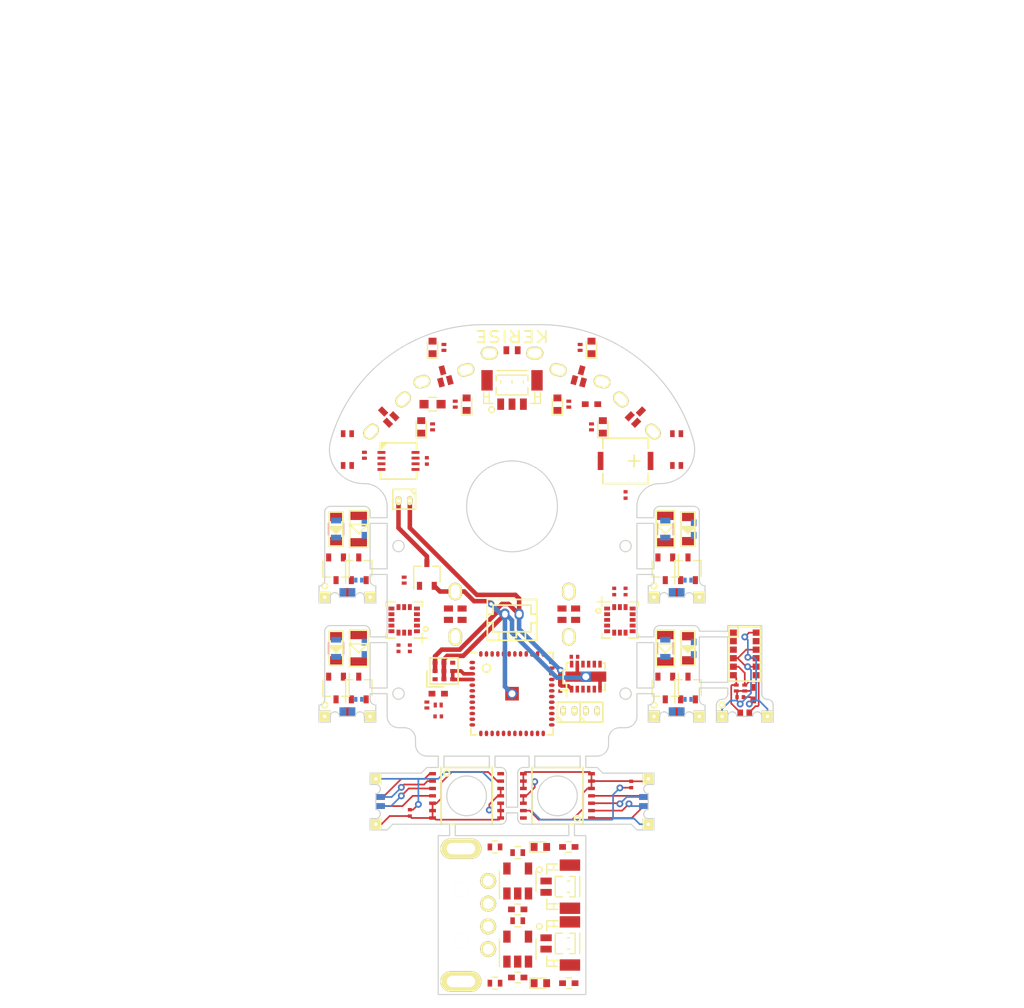
<source format=kicad_pcb>
(kicad_pcb (version 4) (host pcbnew 4.0.7)
  (layers (0 F.Cu signal) (31 B.Cu signal) (34 B.Paste user) (35 F.Paste user) (36 B.SilkS user) (37 F.SilkS user) (38 B.Mask user) (39 F.Mask user) (44 Edge.Cuts user))
  (net 0 "")
  (net 1 GND)
  (net 2 +3V3)
  (net 3 +BATT)
  (net 4 /IR_RCV_FL/s_IR_RCV)
  (net 5 /IR_RCV_FL/LED_to_C)
  (net 6 /IR_RCV_FL/s_GND)
  (net 7 /IR_RCV_FR/s_IR_RCV)
  (net 8 /IR_RCV_FR/LED_to_C)
  (net 9 /IR_RCV_FR/s_GND)
  (net 10 /IR_RCV_SR/s_IR_RCV)
  (net 11 /IR_RCV_SR/LED_to_C)
  (net 12 /IR_RCV_SR/s_GND)
  (net 13 "Net-(D1-Pad2)")
  (net 14 /IR_RCV_FL/s_3.3V)
  (net 15 /IR_RCV_FL/LED_to_FET)
  (net 16 /IR_RCV_FR/s_3.3V)
  (net 17 /IR_RCV_FR/LED_to_FET)
  (net 18 /IR_RCV_SR/s_3.3V)
  (net 19 /IR_RCV_SR/LED_to_FET)
  (net 20 /Motor/MT_OUT_L1)
  (net 21 /Motor/MT_OUT_L2)
  (net 22 /Motor/MT_OUT_R1)
  (net 23 /Motor/MT_OUT_R2)
  (net 24 PR-RCV-SL)
  (net 25 PR-RCV-FL)
  (net 26 /IR_RCV_FL/s_IR_LED)
  (net 27 PR-RCV-FR)
  (net 28 /IR_RCV_FR/s_IR_LED)
  (net 29 PR-RCV-SR)
  (net 30 /IR_RCV_SR/s_IR_LED)
  (net 31 UART-RX)
  (net 32 UART-TX)
  (net 33 SPEAKER)
  (net 34 FAN)
  (net 35 BAT-VOL)
  (net 36 BUTTON)
  (net 37 MT-IN-L1)
  (net 38 MT-IN-L2)
  (net 39 MT-IN-R1)
  (net 40 MT-IN-R2)
  (net 41 /IR_RCV_SL/s_IR_RCV)
  (net 42 /IR_RCV_SL/LED_to_C)
  (net 43 /IR_RCV_SL/s_GND)
  (net 44 /IR_RCV_SL/s_3.3V)
  (net 45 /IR_RCV_SL/LED_to_FET)
  (net 46 /IR_RCV_SL/s_IR_LED)
  (net 47 /Fan/fan_to_fet)
  (net 48 /Encoder_R/s_VDD)
  (net 49 /Encoder_R/s_GND)
  (net 50 /ToF/s_3.3V)
  (net 51 /ToF/s_GND)
  (net 52 /Encoder_L/s_VDD)
  (net 53 /Encoder_L/s_GND)
  (net 54 SPI-CS-ENC)
  (net 55 SPI-SCLK)
  (net 56 ENC-CHAIN)
  (net 57 SPI-MOSI)
  (net 58 /Encoder_R/s_CS)
  (net 59 /Encoder_R/s_SCLK)
  (net 60 /Encoder_R/s_MISO)
  (net 61 /Encoder_R/s_MOSI)
  (net 62 I2C-SDA)
  (net 63 I2C-SCL)
  (net 64 /ToF/s_SDA)
  (net 65 /ToF/s_SCL)
  (net 66 SPI-MISO)
  (net 67 /Encoder_L/s_CS)
  (net 68 /Encoder_L/s_SCLK)
  (net 69 /Encoder_L/s_MISO)
  (net 70 /Encoder_L/s_MOSI)
  (net 71 PR-LED-SL)
  (net 72 PR-LED-SR)
  (net 73 VDDA)
  (net 74 /IR_RCV_SL/s_AVDD)
  (net 75 /IR_RCV_SR/s_AVDD)
  (net 76 /IR_RCV_FL/s_AVDD)
  (net 77 /IR_RCV_FR/s_AVDD)
  (net 78 "Net-(R1-Pad1)")
  (net 79 SPI-CS-AXIS_1)
  (net 80 SPI-CS-AXIS_2)
  (net 81 PR-LED-FL)
  (net 82 PR-LED-FR)
  (net 83 "Net-(D7-Pad1)")
  (net 84 "Net-(D8-Pad1)")
  (net 85 "Net-(D9-Pad1)")
  (net 86 "Net-(R17-Pad2)")
  (net 87 "Net-(R18-Pad2)")
  (net 88 "Net-(D2-Pad2)")
  (net 89 "Net-(D10-Pad1)")
  (net 90 "Net-(C13-Pad1)")
  (net 91 "Net-(C17-Pad1)")
  (net 92 "Net-(C19-Pad2)")
  (net 93 "Net-(Q1-Pad2)")
  (net 94 "Net-(Q4-Pad2)")
  (net 95 "Net-(Q8-Pad2)")
  (net 96 "Net-(Q11-Pad2)")
  (net 97 "Net-(R19-Pad2)")
  (net 98 "Net-(R20-Pad2)")
  (net 99 /Charger/VDD)
  (net 100 /Charger/VSS)
  (net 101 /Charger/OUT1)
  (net 102 /Charger/OUT2)
  (net 103 "Net-(D11-Pad1)")
  (net 104 "Net-(D12-Pad1)")
  (net 105 "Net-(R21-Pad2)")
  (net 106 "Net-(R22-Pad2)")
  (net 107 "Net-(R23-Pad1)")
  (net 108 "Net-(R24-Pad1)")
  (module mouse:VL6180X (layer F.Cu) (at 169 116)
    (fp_text reference U5)
    (fp_text value VL6180X)
    (pad 1 smd rect (at -1 -1.875) (size 0.6 0.55) (layers F.Cu F.Paste F.Mask))
    (pad 2 smd rect (at -1 -1.125) (size 0.6 0.55) (layers F.Cu F.Paste F.Mask))
    (pad 3 smd rect (at -1 -0.375) (size 0.6 0.55) (layers F.Cu F.Paste F.Mask))
    (pad 4 smd rect (at -1 0.375) (size 0.6 0.55) (layers F.Cu F.Paste F.Mask) (net 50 /ToF/s_3.3V))
    (pad 5 smd rect (at -1 1.125) (size 0.6 0.55) (layers F.Cu F.Paste F.Mask) (net 65 /ToF/s_SCL))
    (pad 6 smd rect (at -1 1.875) (size 0.6 0.55) (layers F.Cu F.Paste F.Mask) (net 64 /ToF/s_SDA))
    (pad 7 smd rect (at 1 1.875) (size 0.6 0.55) (layers F.Cu F.Paste F.Mask))
    (pad 8 smd rect (at 1 1.125) (size 0.6 0.55) (layers F.Cu F.Paste F.Mask) (net 50 /ToF/s_3.3V))
    (pad 9 smd rect (at 1 0.375) (size 0.6 0.55) (layers F.Cu F.Paste F.Mask) (net 51 /ToF/s_GND))
    (pad 10 smd rect (at 1 -0.375) (size 0.6 0.55) (layers F.Cu F.Paste F.Mask) (net 50 /ToF/s_3.3V))
    (pad 11 smd rect (at 1 -1.125) (size 0.6 0.55) (layers F.Cu F.Paste F.Mask))
    (pad 12 smd rect (at 1 -1.875) (size 0.6 0.55) (layers F.Cu F.Paste F.Mask) (net 51 /ToF/s_GND))
  )
  (module mouse:Hirose_DF13-02P-1.25DSA_02x1.25mm_Straight (layer F.Cu) (at 148.5 112.5 180)
    (fp_text reference P3)
    (fp_text value Battery)
    (pad 1 thru_hole oval (at -0.625 0 180) (size 0.8 1) (drill oval 0.5 0.6) (layers *.Cu *.Mask) (net 3 +BATT))
    (pad 2 thru_hole oval (at 0.625 0 180) (size 0.8 1) (drill oval 0.5 0.6) (layers *.Cu *.Mask) (net 1 GND))
  )
  (module mouse:DRV8835 (layer F.Cu) (at 155 118)
    (fp_text reference U2)
    (fp_text value DRV8835)
    (pad 13 smd rect (at 0 0) (size 3.6 0.9) (layers F.Cu F.Paste F.Mask) (net 1 GND))
    (pad 1 smd rect (at -1.25 1.1) (size 0.3 0.6) (layers F.Cu F.Paste F.Mask) (net 3 +BATT))
    (pad 2 smd rect (at -0.75 1.1) (size 0.3 0.6) (layers F.Cu F.Paste F.Mask) (net 20 /Motor/MT_OUT_L1))
    (pad 3 smd rect (at -0.25 1.1) (size 0.3 0.6) (layers F.Cu F.Paste F.Mask) (net 21 /Motor/MT_OUT_L2))
    (pad 4 smd rect (at 0.25 1.1) (size 0.3 0.6) (layers F.Cu F.Paste F.Mask) (net 22 /Motor/MT_OUT_R1))
    (pad 5 smd rect (at 0.75 1.1) (size 0.3 0.6) (layers F.Cu F.Paste F.Mask) (net 23 /Motor/MT_OUT_R2))
    (pad 6 smd rect (at 1.25 1.1) (size 0.3 0.6) (layers F.Cu F.Paste F.Mask) (net 1 GND))
    (pad 7 smd rect (at 1.25 -1.1) (size 0.3 0.6) (layers F.Cu F.Paste F.Mask) (net 40 MT-IN-R2))
    (pad 8 smd rect (at 0.75 -1.1) (size 0.3 0.6) (layers F.Cu F.Paste F.Mask) (net 39 MT-IN-R1))
    (pad 9 smd rect (at 0.25 -1.1) (size 0.3 0.6) (layers F.Cu F.Paste F.Mask) (net 38 MT-IN-L2))
    (pad 10 smd rect (at -0.25 -1.1) (size 0.3 0.6) (layers F.Cu F.Paste F.Mask) (net 37 MT-IN-L1))
    (pad 11 smd rect (at -0.75 -1.1) (size 0.3 0.6) (layers F.Cu F.Paste F.Mask) (net 1 GND))
    (pad 12 smd rect (at -1.25 -1.1) (size 0.3 0.6) (layers F.Cu F.Paste F.Mask) (net 2 +3V3))
    (pad 13 thru_hole rect (at 0 0) (size 0.9 0.9) (drill 0.6) (layers *.Cu *.Mask) (net 1 GND))
  )
  (module mouse:STAND_HOST_06 (layer F.Cu) (at 143.5 112.5 90)
    (fp_text reference P5 hide)
    (fp_text value ENC_Host)
    (pad 2 smd rect (at -0.5 0.6 90) (size 0.54 0.8) (layers F.Cu F.Paste F.Mask) (net 54 SPI-CS-ENC))
    (pad 3 smd rect (at -0.5 -0.6 90) (size 0.54 0.8) (layers F.Cu F.Paste F.Mask) (net 55 SPI-SCLK))
    (pad 4 smd rect (at 0.5 0.6 90) (size 0.54 0.8) (layers F.Cu F.Paste F.Mask) (net 57 SPI-MOSI))
    (pad 5 smd rect (at 0.5 -0.6 90) (size 0.54 0.8) (layers F.Cu F.Paste F.Mask) (net 56 ENC-CHAIN))
    (pad 1 thru_hole oval (at -2 0 90) (size 1.54 1.2) (drill oval 1.2 0.8) (layers *.Cu *.Mask F.SilkS) (net 2 +3V3))
    (pad 6 thru_hole oval (at 2 0 90) (size 1.54 1.2) (drill oval 1.2 0.8) (layers *.Cu *.Mask F.SilkS) (net 1 GND))
  )
  (module mouse:TSSOP-14_4.4x5mm_Pitch0.65mm (layer F.Cu) (at 144.5 128.5)
    (fp_text reference U4)
    (fp_text value AS5048A)
    (pad 1 smd rect (at -3 -1.95) (size 0.6 0.3) (layers F.Cu F.Paste F.Mask) (net 58 /Encoder_R/s_CS))
    (pad 2 smd rect (at -3 -1.3) (size 0.6 0.3) (layers F.Cu F.Paste F.Mask) (net 59 /Encoder_R/s_SCLK))
    (pad 3 smd rect (at -3 -0.65) (size 0.6 0.3) (layers F.Cu F.Paste F.Mask) (net 60 /Encoder_R/s_MISO))
    (pad 4 smd rect (at -3 0) (size 0.6 0.3) (layers F.Cu F.Paste F.Mask) (net 61 /Encoder_R/s_MOSI))
    (pad 5 smd rect (at -3 0.65) (size 0.6 0.3) (layers F.Cu F.Paste F.Mask) (net 49 /Encoder_R/s_GND))
    (pad 6 smd rect (at -3 1.3) (size 0.6 0.3) (layers F.Cu F.Paste F.Mask) (net 49 /Encoder_R/s_GND))
    (pad 7 smd rect (at -3 1.95) (size 0.6 0.3) (layers F.Cu F.Paste F.Mask) (net 49 /Encoder_R/s_GND))
    (pad 8 smd rect (at 3 1.95) (size 0.6 0.3) (layers F.Cu F.Paste F.Mask) (net 49 /Encoder_R/s_GND))
    (pad 9 smd rect (at 3 1.3) (size 0.6 0.3) (layers F.Cu F.Paste F.Mask) (net 49 /Encoder_R/s_GND))
    (pad 10 smd rect (at 3 0.65) (size 0.6 0.3) (layers F.Cu F.Paste F.Mask) (net 49 /Encoder_R/s_GND))
    (pad 11 smd rect (at 3 0) (size 0.6 0.3) (layers F.Cu F.Paste F.Mask) (net 48 /Encoder_R/s_VDD))
    (pad 12 smd rect (at 3 -0.65) (size 0.6 0.3) (layers F.Cu F.Paste F.Mask) (net 48 /Encoder_R/s_VDD))
    (pad 13 smd rect (at 3 -1.3) (size 0.6 0.3) (layers F.Cu F.Paste F.Mask) (net 49 /Encoder_R/s_GND))
    (pad 14 smd rect (at 3 -1.95) (size 0.6 0.3) (layers F.Cu F.Paste F.Mask))
  )
  (module LEDs:LED_0402 (layer F.Cu) (at 140.5 96 90)
    (fp_text reference D10)
    (fp_text value LED)
    (pad 2 smd rect (at 0.55 0 270) (size 0.6 0.7) (layers F.Cu F.Paste F.Mask) (net 2 +3V3))
    (pad 1 smd rect (at -0.55 0 270) (size 0.6 0.7) (layers F.Cu F.Paste F.Mask) (net 89 "Net-(D10-Pad1)"))
  )
  (module LEDs:LED_0402 (layer F.Cu) (at 144.5 94 90)
    (fp_text reference D9)
    (fp_text value LED)
    (pad 2 smd rect (at 0.55 0 270) (size 0.6 0.7) (layers F.Cu F.Paste F.Mask) (net 2 +3V3))
    (pad 1 smd rect (at -0.55 0 270) (size 0.6 0.7) (layers F.Cu F.Paste F.Mask) (net 85 "Net-(D9-Pad1)"))
  )
  (module LEDs:LED_0402 (layer F.Cu) (at 152.5 94 90)
    (fp_text reference D8)
    (fp_text value LED)
    (pad 2 smd rect (at 0.55 0 270) (size 0.6 0.7) (layers F.Cu F.Paste F.Mask) (net 2 +3V3))
    (pad 1 smd rect (at -0.55 0 270) (size 0.6 0.7) (layers F.Cu F.Paste F.Mask) (net 84 "Net-(D8-Pad1)"))
  )
  (module LEDs:LED_0402 (layer F.Cu) (at 156.5 96 90)
    (fp_text reference D7)
    (fp_text value LED)
    (pad 2 smd rect (at 0.55 0 270) (size 0.6 0.7) (layers F.Cu F.Paste F.Mask) (net 2 +3V3))
    (pad 1 smd rect (at -0.55 0 270) (size 0.6 0.7) (layers F.Cu F.Paste F.Mask) (net 83 "Net-(D7-Pad1)"))
  )
  (module mouse:STAND_HOST_05 (layer F.Cu) (at 137.5 95 225)
    (fp_text reference J1)
    (fp_text value Host)
    (pad 1 thru_hole oval (at -2 0 225) (size 1.5 1.1) (drill oval 1.2 0.8) (layers *.Cu *.Mask F.SilkS) (net 2 +3V3))
    (pad 5 thru_hole oval (at 2 0 225) (size 1.5 1.1) (drill oval 1.2 0.8) (layers *.Cu *.Mask F.SilkS) (net 1 GND))
    (pad 2 smd rect (at -0.4 -0.5 225) (size 0.5 0.8) (layers F.Cu F.Paste F.Mask) (net 73 VDDA))
    (pad 3 smd rect (at 0 0.5 225) (size 0.5 0.8) (layers F.Cu F.Paste F.Mask) (net 71 PR-LED-SL))
    (pad 4 smd rect (at 0.4 -0.5 225) (size 0.5 0.8) (layers F.Cu F.Paste F.Mask) (net 24 PR-RCV-SL))
  )
  (module mouse:STAND_HOST_05 (layer F.Cu) (at 159.5 95 135)
    (fp_text reference J3)
    (fp_text value Host)
    (pad 1 thru_hole oval (at -2 0 135) (size 1.5 1.1) (drill oval 1.2 0.8) (layers *.Cu *.Mask F.SilkS) (net 2 +3V3))
    (pad 5 thru_hole oval (at 2 0 135) (size 1.5 1.1) (drill oval 1.2 0.8) (layers *.Cu *.Mask F.SilkS) (net 1 GND))
    (pad 2 smd rect (at -0.4 -0.5 135) (size 0.5 0.8) (layers F.Cu F.Paste F.Mask) (net 73 VDDA))
    (pad 3 smd rect (at 0 0.5 135) (size 0.5 0.8) (layers F.Cu F.Paste F.Mask) (net 72 PR-LED-SR))
    (pad 4 smd rect (at 0.4 -0.5 135) (size 0.5 0.8) (layers F.Cu F.Paste F.Mask) (net 29 PR-RCV-SR))
  )
  (module mouse:STAND_HOST_05 (layer F.Cu) (at 142.5 91.5 195)
    (fp_text reference J6)
    (fp_text value Host)
    (pad 1 thru_hole oval (at -2 0 195) (size 1.5 1.1) (drill oval 1.2 0.8) (layers *.Cu *.Mask F.SilkS) (net 2 +3V3))
    (pad 5 thru_hole oval (at 2 0 195) (size 1.5 1.1) (drill oval 1.2 0.8) (layers *.Cu *.Mask F.SilkS) (net 1 GND))
    (pad 2 smd rect (at -0.4 -0.5 195) (size 0.5 0.8) (layers F.Cu F.Paste F.Mask) (net 73 VDDA))
    (pad 3 smd rect (at 0 0.5 195) (size 0.5 0.8) (layers F.Cu F.Paste F.Mask) (net 81 PR-LED-FL))
    (pad 4 smd rect (at 0.4 -0.5 195) (size 0.5 0.8) (layers F.Cu F.Paste F.Mask) (net 25 PR-RCV-FL))
  )
  (module mouse:STAND_HOST_05 (layer F.Cu) (at 154.5 91.5 165)
    (fp_text reference J8)
    (fp_text value Host)
    (pad 1 thru_hole oval (at -2 0 165) (size 1.5 1.1) (drill oval 1.2 0.8) (layers *.Cu *.Mask F.SilkS) (net 2 +3V3))
    (pad 5 thru_hole oval (at 2 0 165) (size 1.5 1.1) (drill oval 1.2 0.8) (layers *.Cu *.Mask F.SilkS) (net 1 GND))
    (pad 2 smd rect (at -0.4 -0.5 165) (size 0.5 0.8) (layers F.Cu F.Paste F.Mask) (net 73 VDDA))
    (pad 3 smd rect (at 0 0.5 165) (size 0.5 0.8) (layers F.Cu F.Paste F.Mask) (net 82 PR-LED-FR))
    (pad 4 smd rect (at 0.4 -0.5 165) (size 0.5 0.8) (layers F.Cu F.Paste F.Mask) (net 27 PR-RCV-FR))
  )
  (module mouse:SMT-0440-S-R (layer F.Cu) (at 158.5 99 180)
    (fp_text reference LS1 hide)
    (fp_text value Speaker)
    (pad 1 smd rect (at -2.2 0 180) (size 0.5 1.6) (layers F.Cu F.Paste F.Mask) (net 92 "Net-(C19-Pad2)"))
    (pad 2 smd rect (at 2.2 0 180) (size 0.5 1.6) (layers F.Cu F.Paste F.Mask) (net 1 GND))
  )
  (module mouse:STAND_SLAVE_05 (layer F.Cu) (at 163 111)
    (fp_text reference J9)
    (fp_text value Slave)
    (pad 2 smd rect (at -0.4 -0.4) (size 0.6 0.8) (layers B.Cu B.Paste B.Mask) (net 77 /IR_RCV_FR/s_AVDD))
    (pad 1 thru_hole rect (at -2 0) (size 1 1) (drill 0.3) (layers *.Cu *.Mask F.SilkS) (net 16 /IR_RCV_FR/s_3.3V))
    (pad 5 thru_hole rect (at 2 0) (size 1 1) (drill 0.3) (layers *.Cu *.Mask F.SilkS) (net 9 /IR_RCV_FR/s_GND))
    (pad 3 smd rect (at 0 -0.4) (size 0.6 0.8) (layers F.Cu F.Paste F.Mask) (net 28 /IR_RCV_FR/s_IR_LED))
    (pad 4 smd rect (at 0.4 -0.4) (size 0.6 0.8) (layers B.Cu B.Paste B.Mask) (net 7 /IR_RCV_FR/s_IR_RCV))
  )
  (module mouse:STAND_SLAVE_05 (layer F.Cu) (at 163 121.5)
    (fp_text reference J7)
    (fp_text value Slave)
    (pad 2 smd rect (at -0.4 -0.4) (size 0.6 0.8) (layers B.Cu B.Paste B.Mask) (net 76 /IR_RCV_FL/s_AVDD))
    (pad 1 thru_hole rect (at -2 0) (size 1 1) (drill 0.3) (layers *.Cu *.Mask F.SilkS) (net 14 /IR_RCV_FL/s_3.3V))
    (pad 5 thru_hole rect (at 2 0) (size 1 1) (drill 0.3) (layers *.Cu *.Mask F.SilkS) (net 6 /IR_RCV_FL/s_GND))
    (pad 3 smd rect (at 0 -0.4) (size 0.6 0.8) (layers F.Cu F.Paste F.Mask) (net 26 /IR_RCV_FL/s_IR_LED))
    (pad 4 smd rect (at 0.4 -0.4) (size 0.6 0.8) (layers B.Cu B.Paste B.Mask) (net 4 /IR_RCV_FL/s_IR_RCV))
  )
  (module mouse:STAND_SLAVE_05 (layer F.Cu) (at 134 121.5)
    (fp_text reference J4)
    (fp_text value Slave)
    (pad 2 smd rect (at -0.4 -0.4) (size 0.6 0.8) (layers B.Cu B.Paste B.Mask) (net 75 /IR_RCV_SR/s_AVDD))
    (pad 1 thru_hole rect (at -2 0) (size 1 1) (drill 0.3) (layers *.Cu *.Mask F.SilkS) (net 18 /IR_RCV_SR/s_3.3V))
    (pad 5 thru_hole rect (at 2 0) (size 1 1) (drill 0.3) (layers *.Cu *.Mask F.SilkS) (net 12 /IR_RCV_SR/s_GND))
    (pad 3 smd rect (at 0 -0.4) (size 0.6 0.8) (layers F.Cu F.Paste F.Mask) (net 30 /IR_RCV_SR/s_IR_LED))
    (pad 4 smd rect (at 0.4 -0.4) (size 0.6 0.8) (layers B.Cu B.Paste B.Mask) (net 10 /IR_RCV_SR/s_IR_RCV))
  )
  (module mouse:STAND_SLAVE_05 (layer F.Cu) (at 134 111)
    (fp_text reference J2)
    (fp_text value Slave)
    (pad 2 smd rect (at -0.4 -0.4) (size 0.6 0.8) (layers B.Cu B.Paste B.Mask) (net 74 /IR_RCV_SL/s_AVDD))
    (pad 1 thru_hole rect (at -2 0) (size 1 1) (drill 0.3) (layers *.Cu *.Mask F.SilkS) (net 44 /IR_RCV_SL/s_3.3V))
    (pad 5 thru_hole rect (at 2 0) (size 1 1) (drill 0.3) (layers *.Cu *.Mask F.SilkS) (net 43 /IR_RCV_SL/s_GND))
    (pad 3 smd rect (at 0 -0.4) (size 0.6 0.8) (layers F.Cu F.Paste F.Mask) (net 46 /IR_RCV_SL/s_IR_LED))
    (pad 4 smd rect (at 0.4 -0.4) (size 0.6 0.8) (layers B.Cu B.Paste B.Mask) (net 41 /IR_RCV_SL/s_IR_RCV))
  )
  (module Capacitors_SMD:C_0603 (layer F.Cu) (at 141.5 94)
    (fp_text reference L1)
    (fp_text value 100u)
    (pad 2 smd rect (at 0.75 0) (size 0.8 0.75) (layers F.Cu F.Paste F.Mask) (net 2 +3V3))
    (pad 1 smd rect (at -0.75 0) (size 0.8 0.75) (layers F.Cu F.Paste F.Mask) (net 73 VDDA))
  )
  (module Resistors_SMD:R_0603 (layer B.Cu) (at 133 115.5 90)
    (fp_text reference R8)
    (fp_text value 100)
    (pad 1 smd rect (at -0.75 0 90) (size 0.5 0.9) (layers B.Cu B.Paste B.Mask) (net 94 "Net-(Q4-Pad2)"))
    (pad 2 smd rect (at 0.75 0 90) (size 0.5 0.9) (layers B.Cu B.Paste B.Mask) (net 11 /IR_RCV_SR/LED_to_C))
  )
  (module Resistors_SMD:R_0603 (layer B.Cu) (at 133 105 90)
    (fp_text reference R6)
    (fp_text value 100)
    (pad 1 smd rect (at -0.75 0 90) (size 0.5 0.9) (layers B.Cu B.Paste B.Mask) (net 93 "Net-(Q1-Pad2)"))
    (pad 2 smd rect (at 0.75 0 90) (size 0.5 0.9) (layers B.Cu B.Paste B.Mask) (net 42 /IR_RCV_SL/LED_to_C))
  )
  (module LEDs:LED_0402 (layer F.Cu) (at 141.5 89 90)
    (fp_text reference D1)
    (fp_text value Power)
    (pad 2 smd rect (at 0.55 0 270) (size 0.6 0.7) (layers F.Cu F.Paste F.Mask) (net 13 "Net-(D1-Pad2)"))
    (pad 1 smd rect (at -0.55 0 270) (size 0.6 0.7) (layers F.Cu F.Paste F.Mask) (net 1 GND))
  )
  (module Resistors_SMD:R_0603 (layer B.Cu) (at 162 115.5 90)
    (fp_text reference R13)
    (fp_text value 100)
    (pad 1 smd rect (at -0.75 0 90) (size 0.5 0.9) (layers B.Cu B.Paste B.Mask) (net 95 "Net-(Q8-Pad2)"))
    (pad 2 smd rect (at 0.75 0 90) (size 0.5 0.9) (layers B.Cu B.Paste B.Mask) (net 5 /IR_RCV_FL/LED_to_C))
  )
  (module Resistors_SMD:R_0603 (layer B.Cu) (at 162 105 90)
    (fp_text reference R15)
    (fp_text value 100)
    (pad 1 smd rect (at -0.75 0 90) (size 0.5 0.9) (layers B.Cu B.Paste B.Mask) (net 96 "Net-(Q11-Pad2)"))
    (pad 2 smd rect (at 0.75 0 90) (size 0.5 0.9) (layers B.Cu B.Paste B.Mask) (net 8 /IR_RCV_FR/LED_to_C))
  )
  (module TO_SOT_Packages_SMD:SOT-323_SC-70 (layer F.Cu) (at 135 108.5 90)
    (fp_text reference Q3)
    (fp_text value DMN3065LW-7)
    (pad 1 smd rect (at -1 -0.65) (size 0.45 0.7) (layers F.Cu F.Paste F.Mask) (net 46 /IR_RCV_SL/s_IR_LED))
    (pad 2 smd rect (at -1 0.65) (size 0.45 0.7) (layers F.Cu F.Paste F.Mask) (net 43 /IR_RCV_SL/s_GND))
    (pad 3 smd rect (at 1 0) (size 0.45 0.7) (layers F.Cu F.Paste F.Mask) (net 45 /IR_RCV_SL/LED_to_FET))
  )
  (module TO_SOT_Packages_SMD:SOT-323_SC-70 (layer F.Cu) (at 135 119 90)
    (fp_text reference Q6)
    (fp_text value DMN3065LW-7)
    (pad 1 smd rect (at -1 -0.65) (size 0.45 0.7) (layers F.Cu F.Paste F.Mask) (net 30 /IR_RCV_SR/s_IR_LED))
    (pad 2 smd rect (at -1 0.65) (size 0.45 0.7) (layers F.Cu F.Paste F.Mask) (net 12 /IR_RCV_SR/s_GND))
    (pad 3 smd rect (at 1 0) (size 0.45 0.7) (layers F.Cu F.Paste F.Mask) (net 19 /IR_RCV_SR/LED_to_FET))
  )
  (module TO_SOT_Packages_SMD:SOT-323_SC-70 (layer F.Cu) (at 141 109 90)
    (fp_text reference Q7)
    (fp_text value DMN3065LW-7)
    (pad 1 smd rect (at -1 -0.65) (size 0.45 0.7) (layers F.Cu F.Paste F.Mask) (net 34 FAN))
    (pad 2 smd rect (at -1 0.65) (size 0.45 0.7) (layers F.Cu F.Paste F.Mask) (net 1 GND))
    (pad 3 smd rect (at 1 0) (size 0.45 0.7) (layers F.Cu F.Paste F.Mask) (net 47 /Fan/fan_to_fet))
  )
  (module TO_SOT_Packages_SMD:SOT-323_SC-70 (layer F.Cu) (at 164 119 90)
    (fp_text reference Q10)
    (fp_text value DMN3065LW-7)
    (pad 1 smd rect (at -1 -0.65) (size 0.45 0.7) (layers F.Cu F.Paste F.Mask) (net 26 /IR_RCV_FL/s_IR_LED))
    (pad 2 smd rect (at -1 0.65) (size 0.45 0.7) (layers F.Cu F.Paste F.Mask) (net 6 /IR_RCV_FL/s_GND))
    (pad 3 smd rect (at 1 0) (size 0.45 0.7) (layers F.Cu F.Paste F.Mask) (net 15 /IR_RCV_FL/LED_to_FET))
  )
  (module TO_SOT_Packages_SMD:SOT-323_SC-70 (layer F.Cu) (at 164 108.5 90)
    (fp_text reference Q13)
    (fp_text value DMN3065LW-7)
    (pad 1 smd rect (at -1 -0.65) (size 0.45 0.7) (layers F.Cu F.Paste F.Mask) (net 28 /IR_RCV_FR/s_IR_LED))
    (pad 2 smd rect (at -1 0.65) (size 0.45 0.7) (layers F.Cu F.Paste F.Mask) (net 9 /IR_RCV_FR/s_GND))
    (pad 3 smd rect (at 1 0) (size 0.45 0.7) (layers F.Cu F.Paste F.Mask) (net 17 /IR_RCV_FR/LED_to_FET))
  )
  (module mouse:STAND_SLAVE_06 (layer F.Cu) (at 136.5 129 270)
    (fp_text reference P6 hide)
    (fp_text value ENC_Slave)
    (pad 3 smd rect (at -0.4 -0.4 270) (size 0.5 0.8) (layers B.Cu B.Paste B.Mask) (net 59 /Encoder_R/s_SCLK))
    (pad 4 smd rect (at 0.4 -0.4 270) (size 0.5 0.8) (layers F.Cu F.Paste F.Mask) (net 61 /Encoder_R/s_MOSI))
    (pad 1 thru_hole rect (at -2 0 270) (size 1 1) (drill 0.3) (layers *.Cu *.Mask F.SilkS) (net 48 /Encoder_R/s_VDD))
    (pad 6 thru_hole rect (at 2 0 270) (size 1 1) (drill 0.3) (layers *.Cu *.Mask F.SilkS) (net 49 /Encoder_R/s_GND))
    (pad 2 smd rect (at -0.4 -0.4 270) (size 0.5 0.8) (layers F.Cu F.Paste F.Mask) (net 58 /Encoder_R/s_CS))
    (pad 5 smd rect (at 0.4 -0.4 270) (size 0.5 0.8) (layers B.Cu B.Paste B.Mask) (net 60 /Encoder_R/s_MISO))
  )
  (module mouse:STAND_SLAVE_06 (layer F.Cu) (at 160.5 129 90)
    (fp_text reference P10 hide)
    (fp_text value ENC_Slave)
    (pad 3 smd rect (at -0.4 -0.4 90) (size 0.5 0.8) (layers B.Cu B.Paste B.Mask) (net 68 /Encoder_L/s_SCLK))
    (pad 4 smd rect (at 0.4 -0.4 90) (size 0.5 0.8) (layers F.Cu F.Paste F.Mask) (net 70 /Encoder_L/s_MOSI))
    (pad 1 thru_hole rect (at -2 0 90) (size 1 1) (drill 0.3) (layers *.Cu *.Mask F.SilkS) (net 52 /Encoder_L/s_VDD))
    (pad 6 thru_hole rect (at 2 0 90) (size 1 1) (drill 0.3) (layers *.Cu *.Mask F.SilkS) (net 53 /Encoder_L/s_GND))
    (pad 2 smd rect (at -0.4 -0.4 90) (size 0.5 0.8) (layers F.Cu F.Paste F.Mask) (net 67 /Encoder_L/s_CS))
    (pad 5 smd rect (at 0.4 -0.4 90) (size 0.5 0.8) (layers B.Cu B.Paste B.Mask) (net 69 /Encoder_L/s_MISO))
  )
  (module mouse:SFH3015FA (layer F.Cu) (at 135 105 90)
    (fp_text reference Q2)
    (fp_text value SFH3015FA)
    (pad 1 smd rect (at -1.2 0 90) (size 0.8 1.6) (layers F.Cu F.Paste F.Mask) (net 74 /IR_RCV_SL/s_AVDD))
    (pad 2 smd rect (at 1.2 0 90) (size 0.8 1.6) (layers F.Cu F.Paste F.Mask) (net 41 /IR_RCV_SL/s_IR_RCV))
  )
  (module mouse:SFH3015FA (layer F.Cu) (at 135 115.5 90)
    (fp_text reference Q5)
    (fp_text value SFH3015FA)
    (pad 1 smd rect (at -1.2 0 90) (size 0.8 1.6) (layers F.Cu F.Paste F.Mask) (net 75 /IR_RCV_SR/s_AVDD))
    (pad 2 smd rect (at 1.2 0 90) (size 0.8 1.6) (layers F.Cu F.Paste F.Mask) (net 10 /IR_RCV_SR/s_IR_RCV))
  )
  (module mouse:SFH3015FA (layer F.Cu) (at 162 115.5 90)
    (fp_text reference Q9)
    (fp_text value SFH3015FA)
    (pad 1 smd rect (at -1.2 0 90) (size 0.8 1.6) (layers F.Cu F.Paste F.Mask) (net 76 /IR_RCV_FL/s_AVDD))
    (pad 2 smd rect (at 1.2 0 90) (size 0.8 1.6) (layers F.Cu F.Paste F.Mask) (net 4 /IR_RCV_FL/s_IR_RCV))
  )
  (module mouse:SFH3015FA (layer F.Cu) (at 162 105 90)
    (fp_text reference Q12)
    (fp_text value SFH3015FA)
    (pad 1 smd rect (at -1.2 0 90) (size 0.8 1.6) (layers F.Cu F.Paste F.Mask) (net 77 /IR_RCV_FR/s_AVDD))
    (pad 2 smd rect (at 1.2 0 90) (size 0.8 1.6) (layers F.Cu F.Paste F.Mask) (net 7 /IR_RCV_FR/s_IR_RCV))
  )
  (module LEDs:LED_0402 (layer F.Cu) (at 155.5 89 90)
    (fp_text reference D2)
    (fp_text value Power)
    (pad 2 smd rect (at 0.55 0 270) (size 0.6 0.7) (layers F.Cu F.Paste F.Mask) (net 88 "Net-(D2-Pad2)"))
    (pad 1 smd rect (at -0.55 0 270) (size 0.6 0.7) (layers F.Cu F.Paste F.Mask) (net 1 GND))
  )
  (module mouse:DFN-8-1EP_3x3mm_Pitch0.5mm (layer F.Cu) (at 138.5 99)
    (fp_text reference U9)
    (fp_text value PCA9632)
    (pad 1 smd rect (at -1.5 -0.75) (size 0.7 0.25) (layers F.Cu F.Paste F.Mask) (net 86 "Net-(R17-Pad2)"))
    (pad 2 smd rect (at -1.5 -0.25) (size 0.7 0.25) (layers F.Cu F.Paste F.Mask) (net 87 "Net-(R18-Pad2)"))
    (pad 3 smd rect (at -1.5 0.25) (size 0.7 0.25) (layers F.Cu F.Paste F.Mask) (net 97 "Net-(R19-Pad2)"))
    (pad 4 smd rect (at -1.5 0.75) (size 0.7 0.25) (layers F.Cu F.Paste F.Mask) (net 98 "Net-(R20-Pad2)"))
    (pad 5 smd rect (at 1.5 0.75) (size 0.7 0.25) (layers F.Cu F.Paste F.Mask) (net 1 GND))
    (pad 6 smd rect (at 1.5 0.25) (size 0.7 0.25) (layers F.Cu F.Paste F.Mask) (net 63 I2C-SCL))
    (pad 7 smd rect (at 1.5 -0.25) (size 0.7 0.25) (layers F.Cu F.Paste F.Mask) (net 62 I2C-SDA))
    (pad 8 smd rect (at 1.5 -0.75) (size 0.7 0.25) (layers F.Cu F.Paste F.Mask) (net 2 +3V3))
  )
  (module mouse:SFH4045N (layer F.Cu) (at 164 105 90)
    (fp_text reference D6)
    (fp_text value SFH4045N)
    (pad 1 smd rect (at -1.1 0 90) (size 0.8 1.2) (layers F.Cu F.Paste F.Mask) (net 17 /IR_RCV_FR/LED_to_FET))
    (pad 2 smd rect (at 1.1 0 90) (size 0.8 1.2) (layers F.Cu F.Paste F.Mask) (net 8 /IR_RCV_FR/LED_to_C))
  )
  (module mouse:SFH4045N (layer F.Cu) (at 164 115.5 90)
    (fp_text reference D5)
    (fp_text value SFH4045N)
    (pad 1 smd rect (at -1.1 0 90) (size 0.8 1.2) (layers F.Cu F.Paste F.Mask) (net 15 /IR_RCV_FL/LED_to_FET))
    (pad 2 smd rect (at 1.1 0 90) (size 0.8 1.2) (layers F.Cu F.Paste F.Mask) (net 5 /IR_RCV_FL/LED_to_C))
  )
  (module mouse:SFH4045N (layer F.Cu) (at 133 115.5 90)
    (fp_text reference D4)
    (fp_text value SFH4045N)
    (pad 1 smd rect (at -1.1 0 90) (size 0.8 1.2) (layers F.Cu F.Paste F.Mask) (net 19 /IR_RCV_SR/LED_to_FET))
    (pad 2 smd rect (at 1.1 0 90) (size 0.8 1.2) (layers F.Cu F.Paste F.Mask) (net 11 /IR_RCV_SR/LED_to_C))
  )
  (module mouse:SFH4045N (layer F.Cu) (at 133 105 90)
    (fp_text reference D3)
    (fp_text value SFH4045N)
    (pad 1 smd rect (at -1.1 0 90) (size 0.8 1.2) (layers F.Cu F.Paste F.Mask) (net 45 /IR_RCV_SL/LED_to_FET))
    (pad 2 smd rect (at 1.1 0 90) (size 0.8 1.2) (layers F.Cu F.Paste F.Mask) (net 42 /IR_RCV_SL/LED_to_C))
  )
  (module mouse:ICM-20602 (layer F.Cu) (at 158 113)
    (fp_text reference U7)
    (fp_text value ICM-20602)
    (pad 5 smd rect (at -1.125 1) (size 0.52 0.34) (layers F.Cu F.Paste F.Mask) (net 80 SPI-CS-AXIS_2))
    (pad 6 smd rect (at -0.5 1.125) (size 0.345 0.52) (layers F.Cu F.Paste F.Mask))
    (pad 7 smd rect (at 0 1.125) (size 0.345 0.52) (layers F.Cu F.Paste F.Mask))
    (pad 8 smd rect (at 0.5 1.125) (size 0.345 0.52) (layers F.Cu F.Paste F.Mask) (net 1 GND))
    (pad 14 smd rect (at 0.5 -1.125) (size 0.345 0.52) (layers F.Cu F.Paste F.Mask) (net 90 "Net-(C13-Pad1)"))
    (pad 15 smd rect (at 0 -1.125) (size 0.345 0.52) (layers F.Cu F.Paste F.Mask) (net 1 GND))
    (pad 16 smd rect (at -0.5 -1.125) (size 0.345 0.52) (layers F.Cu F.Paste F.Mask) (net 2 +3V3))
    (pad 1 smd rect (at -1.125 -1) (size 0.52 0.34) (layers F.Cu F.Paste F.Mask) (net 2 +3V3))
    (pad 2 smd rect (at -1.125 -0.5) (size 0.52 0.34) (layers F.Cu F.Paste F.Mask) (net 55 SPI-SCLK))
    (pad 3 smd rect (at -1.125 0) (size 0.52 0.34) (layers F.Cu F.Paste F.Mask) (net 57 SPI-MOSI))
    (pad 4 smd rect (at -1.125 0.5) (size 0.52 0.34) (layers F.Cu F.Paste F.Mask) (net 66 SPI-MISO))
    (pad 9 smd rect (at 1.125 1) (size 0.52 0.34) (layers F.Cu F.Paste F.Mask) (net 1 GND))
    (pad 10 smd rect (at 1.125 0.5) (size 0.52 0.34) (layers F.Cu F.Paste F.Mask) (net 1 GND))
    (pad 11 smd rect (at 1.125 0) (size 0.52 0.34) (layers F.Cu F.Paste F.Mask) (net 1 GND))
    (pad 12 smd rect (at 1.125 -0.5) (size 0.52 0.34) (layers F.Cu F.Paste F.Mask) (net 1 GND))
    (pad 13 smd rect (at 1.125 -1) (size 0.52 0.34) (layers F.Cu F.Paste F.Mask) (net 1 GND))
  )
  (module mouse:ICM-20602 (layer F.Cu) (at 139 113 180)
    (fp_text reference U8)
    (fp_text value ICM-20602)
    (pad 5 smd rect (at -1.125 1 180) (size 0.52 0.34) (layers F.Cu F.Paste F.Mask) (net 79 SPI-CS-AXIS_1))
    (pad 6 smd rect (at -0.5 1.125 180) (size 0.345 0.52) (layers F.Cu F.Paste F.Mask))
    (pad 7 smd rect (at 0 1.125 180) (size 0.345 0.52) (layers F.Cu F.Paste F.Mask))
    (pad 8 smd rect (at 0.5 1.125 180) (size 0.345 0.52) (layers F.Cu F.Paste F.Mask) (net 1 GND))
    (pad 14 smd rect (at 0.5 -1.125 180) (size 0.345 0.52) (layers F.Cu F.Paste F.Mask) (net 91 "Net-(C17-Pad1)"))
    (pad 15 smd rect (at 0 -1.125 180) (size 0.345 0.52) (layers F.Cu F.Paste F.Mask) (net 1 GND))
    (pad 16 smd rect (at -0.5 -1.125 180) (size 0.345 0.52) (layers F.Cu F.Paste F.Mask) (net 2 +3V3))
    (pad 1 smd rect (at -1.125 -1 180) (size 0.52 0.34) (layers F.Cu F.Paste F.Mask) (net 2 +3V3))
    (pad 2 smd rect (at -1.125 -0.5 180) (size 0.52 0.34) (layers F.Cu F.Paste F.Mask) (net 55 SPI-SCLK))
    (pad 3 smd rect (at -1.125 0 180) (size 0.52 0.34) (layers F.Cu F.Paste F.Mask) (net 57 SPI-MOSI))
    (pad 4 smd rect (at -1.125 0.5 180) (size 0.52 0.34) (layers F.Cu F.Paste F.Mask) (net 66 SPI-MISO))
    (pad 9 smd rect (at 1.125 1 180) (size 0.52 0.34) (layers F.Cu F.Paste F.Mask) (net 1 GND))
    (pad 10 smd rect (at 1.125 0.5 180) (size 0.52 0.34) (layers F.Cu F.Paste F.Mask) (net 1 GND))
    (pad 11 smd rect (at 1.125 0 180) (size 0.52 0.34) (layers F.Cu F.Paste F.Mask) (net 1 GND))
    (pad 12 smd rect (at 1.125 -0.5 180) (size 0.52 0.34) (layers F.Cu F.Paste F.Mask) (net 1 GND))
    (pad 13 smd rect (at 1.125 -1 180) (size 0.52 0.34) (layers F.Cu F.Paste F.Mask) (net 1 GND))
  )
  (module mouse:LXDC2UR (layer F.Cu) (at 142.5 117.5 180)
    (fp_text reference U3)
    (fp_text value LXDC2UR30)
    (pad 2 smd rect (at 0 -0.725 180) (size 0.45 0.35) (layers F.Cu F.Paste F.Mask) (net 1 GND))
    (pad 3 smd rect (at -0.775 -0.725 180) (size 0.45 0.35) (layers F.Cu F.Paste F.Mask) (net 2 +3V3))
    (pad 4 smd rect (at -0.775 0 180) (size 0.45 0.35) (layers F.Cu F.Paste F.Mask) (net 2 +3V3))
    (pad 5 smd rect (at -0.775 0.725 180) (size 0.45 0.35) (layers F.Cu F.Paste F.Mask) (net 3 +BATT))
    (pad 6 smd rect (at 0 0.725 180) (size 0.45 0.35) (layers F.Cu F.Paste F.Mask) (net 1 GND))
    (pad 7 smd rect (at 0.775 0.725 180) (size 0.45 0.35) (layers F.Cu F.Paste F.Mask) (net 3 +BATT))
    (pad 8 smd rect (at 0.775 0 180) (size 0.45 0.35) (layers F.Cu F.Paste F.Mask) (net 3 +BATT))
    (pad 9 smd rect (at 0 0 180) (size 0.45 0.35) (layers F.Cu F.Paste F.Mask) (net 1 GND))
    (pad 1 smd rect (at 0.775 -0.725 180) (size 0.45 0.35) (layers F.Cu F.Paste F.Mask))
  )
  (module mouse:SMD_conn_2 (layer F.Cu) (at 153.5 121)
    (fp_text reference P1)
    (fp_text value Motor_L)
    (pad 1 thru_hole oval (at -0.5 0) (size 0.5 0.8) (drill 0.3) (layers *.Cu *.Mask F.SilkS) (net 20 /Motor/MT_OUT_L1))
    (pad 2 thru_hole oval (at 0.5 0) (size 0.5 0.8) (drill 0.3) (layers *.Cu *.Mask F.SilkS) (net 21 /Motor/MT_OUT_L2))
  )
  (module mouse:SMD_conn_2 (layer F.Cu) (at 155.5 121)
    (fp_text reference P2)
    (fp_text value Motor_R)
    (pad 1 thru_hole oval (at -0.5 0) (size 0.5 0.8) (drill 0.3) (layers *.Cu *.Mask F.SilkS) (net 22 /Motor/MT_OUT_R1))
    (pad 2 thru_hole oval (at 0.5 0) (size 0.5 0.8) (drill 0.3) (layers *.Cu *.Mask F.SilkS) (net 23 /Motor/MT_OUT_R2))
  )
  (module mouse:SMD_conn_2 (layer F.Cu) (at 139 102.5 180)
    (fp_text reference P4)
    (fp_text value Fan)
    (pad 1 thru_hole oval (at -0.5 0 180) (size 0.5 0.8) (drill 0.3) (layers *.Cu *.Mask F.SilkS) (net 3 +BATT))
    (pad 2 thru_hole oval (at 0.5 0 180) (size 0.5 0.8) (drill 0.3) (layers *.Cu *.Mask F.SilkS) (net 47 /Fan/fan_to_fet))
  )
  (module mouse:STAND_HOST_06 (layer F.Cu) (at 153.5 112.5 270)
    (fp_text reference P9 hide)
    (fp_text value ENC_Host)
    (pad 2 smd rect (at -0.5 0.6 270) (size 0.54 0.8) (layers F.Cu F.Paste F.Mask) (net 54 SPI-CS-ENC))
    (pad 3 smd rect (at -0.5 -0.6 270) (size 0.54 0.8) (layers F.Cu F.Paste F.Mask) (net 55 SPI-SCLK))
    (pad 4 smd rect (at 0.5 0.6 270) (size 0.54 0.8) (layers F.Cu F.Paste F.Mask) (net 56 ENC-CHAIN))
    (pad 5 smd rect (at 0.5 -0.6 270) (size 0.54 0.8) (layers F.Cu F.Paste F.Mask) (net 66 SPI-MISO))
    (pad 1 thru_hole oval (at -2 0 270) (size 1.54 1.2) (drill oval 1.2 0.8) (layers *.Cu *.Mask F.SilkS) (net 2 +3V3))
    (pad 6 thru_hole oval (at 2 0 270) (size 1.54 1.2) (drill oval 1.2 0.8) (layers *.Cu *.Mask F.SilkS) (net 1 GND))
  )
  (module Capacitors_SMD:C_0402_NoSilk (layer F.Cu) (at 142 119.5)
    (fp_text reference C1)
    (fp_text value 10u)
    (pad 1 smd rect (at -0.55 0) (size 0.6 0.5) (layers F.Cu F.Paste F.Mask) (net 1 GND))
    (pad 2 smd rect (at 0.55 0) (size 0.6 0.5) (layers F.Cu F.Paste F.Mask) (net 2 +3V3))
  )
  (module Capacitors_SMD:C_0201_NoSilk (layer F.Cu) (at 152.75 119 270)
    (fp_text reference C2)
    (fp_text value 0.1u)
    (pad 1 smd rect (at -0.28 0 270) (size 0.3 0.35) (layers F.Cu F.Paste F.Mask) (net 3 +BATT))
    (pad 2 smd rect (at 0.28 0 270) (size 0.3 0.35) (layers F.Cu F.Paste F.Mask) (net 1 GND))
  )
  (module Capacitors_SMD:C_0201_NoSilk (layer F.Cu) (at 154 116.25)
    (fp_text reference C3)
    (fp_text value 0.1u)
    (pad 1 smd rect (at -0.28 0) (size 0.3 0.35) (layers F.Cu F.Paste F.Mask) (net 2 +3V3))
    (pad 2 smd rect (at 0.28 0) (size 0.3 0.35) (layers F.Cu F.Paste F.Mask) (net 1 GND))
  )
  (module Capacitors_SMD:C_0402_NoSilk (layer F.Cu) (at 155.5 94)
    (fp_text reference C4)
    (fp_text value 10u)
    (pad 1 smd rect (at -0.55 0) (size 0.6 0.5) (layers F.Cu F.Paste F.Mask) (net 73 VDDA))
    (pad 2 smd rect (at 0.55 0) (size 0.6 0.5) (layers F.Cu F.Paste F.Mask) (net 1 GND))
  )
  (module Capacitors_SMD:C_0201_NoSilk (layer F.Cu) (at 142 121.5 180)
    (fp_text reference C5)
    (fp_text value 0.1u)
    (pad 1 smd rect (at -0.28 0 180) (size 0.3 0.35) (layers F.Cu F.Paste F.Mask) (net 35 BAT-VOL))
    (pad 2 smd rect (at 0.28 0 180) (size 0.3 0.35) (layers F.Cu F.Paste F.Mask) (net 1 GND))
  )
  (module Capacitors_SMD:C_0402_NoSilk (layer B.Cu) (at 135.5 105 270)
    (fp_text reference C6)
    (fp_text value 1u)
    (pad 1 smd rect (at -0.55 0 270) (size 0.6 0.5) (layers B.Cu B.Paste B.Mask) (net 42 /IR_RCV_SL/LED_to_C))
    (pad 2 smd rect (at 0.55 0 270) (size 0.6 0.5) (layers B.Cu B.Paste B.Mask) (net 43 /IR_RCV_SL/s_GND))
  )
  (module Capacitors_SMD:C_0402_NoSilk (layer B.Cu) (at 135.5 115.5 270)
    (fp_text reference C7)
    (fp_text value 1u)
    (pad 1 smd rect (at -0.55 0 270) (size 0.6 0.5) (layers B.Cu B.Paste B.Mask) (net 11 /IR_RCV_SR/LED_to_C))
    (pad 2 smd rect (at 0.55 0 270) (size 0.6 0.5) (layers B.Cu B.Paste B.Mask) (net 12 /IR_RCV_SR/s_GND))
  )
  (module Capacitors_SMD:C_0201_NoSilk (layer F.Cu) (at 139.5 130 270)
    (fp_text reference C8)
    (fp_text value 0.1u)
    (pad 1 smd rect (at -0.28 0 270) (size 0.3 0.35) (layers F.Cu F.Paste F.Mask) (net 48 /Encoder_R/s_VDD))
    (pad 2 smd rect (at 0.28 0 270) (size 0.3 0.35) (layers F.Cu F.Paste F.Mask) (net 49 /Encoder_R/s_GND))
  )
  (module Capacitors_SMD:C_0402_NoSilk (layer F.Cu) (at 169.75 119.5 270)
    (fp_text reference C9)
    (fp_text value 4.7u)
    (pad 1 smd rect (at -0.55 0 270) (size 0.6 0.5) (layers F.Cu F.Paste F.Mask) (net 50 /ToF/s_3.3V))
    (pad 2 smd rect (at 0.55 0 270) (size 0.6 0.5) (layers F.Cu F.Paste F.Mask) (net 51 /ToF/s_GND))
  )
  (module Capacitors_SMD:C_0201_NoSilk (layer F.Cu) (at 168.6 119.8)
    (fp_text reference C10)
    (fp_text value 0.1u)
    (pad 1 smd rect (at -0.28 0) (size 0.3 0.35) (layers F.Cu F.Paste F.Mask) (net 50 /ToF/s_3.3V))
    (pad 2 smd rect (at 0.28 0) (size 0.3 0.35) (layers F.Cu F.Paste F.Mask) (net 51 /ToF/s_GND))
  )
  (module Capacitors_SMD:C_0201_NoSilk (layer F.Cu) (at 159 127.5 90)
    (fp_text reference C11)
    (fp_text value 0.1u)
    (pad 1 smd rect (at -0.28 0 90) (size 0.3 0.35) (layers F.Cu F.Paste F.Mask) (net 52 /Encoder_L/s_VDD))
    (pad 2 smd rect (at 0.28 0 90) (size 0.3 0.35) (layers F.Cu F.Paste F.Mask) (net 53 /Encoder_L/s_GND))
  )
  (module Capacitors_SMD:C_0201_NoSilk (layer F.Cu) (at 139.5 115.5 270)
    (fp_text reference C12)
    (fp_text value 0.1u)
    (pad 1 smd rect (at -0.28 0 270) (size 0.3 0.35) (layers F.Cu F.Paste F.Mask) (net 2 +3V3))
    (pad 2 smd rect (at 0.28 0 270) (size 0.3 0.35) (layers F.Cu F.Paste F.Mask) (net 1 GND))
  )
  (module Capacitors_SMD:C_0201_NoSilk (layer F.Cu) (at 158.5 110.5 90)
    (fp_text reference C13)
    (fp_text value 0.1u)
    (pad 1 smd rect (at -0.28 0 90) (size 0.3 0.35) (layers F.Cu F.Paste F.Mask) (net 90 "Net-(C13-Pad1)"))
    (pad 2 smd rect (at 0.28 0 90) (size 0.3 0.35) (layers F.Cu F.Paste F.Mask) (net 1 GND))
  )
  (module Capacitors_SMD:C_0402_NoSilk (layer B.Cu) (at 164.5 115.5 270)
    (fp_text reference C14)
    (fp_text value 1u)
    (pad 1 smd rect (at -0.55 0 270) (size 0.6 0.5) (layers B.Cu B.Paste B.Mask) (net 5 /IR_RCV_FL/LED_to_C))
    (pad 2 smd rect (at 0.55 0 270) (size 0.6 0.5) (layers B.Cu B.Paste B.Mask) (net 6 /IR_RCV_FL/s_GND))
  )
  (module Capacitors_SMD:C_0402_NoSilk (layer B.Cu) (at 164.5 105 270)
    (fp_text reference C15)
    (fp_text value 1u)
    (pad 1 smd rect (at -0.55 0 270) (size 0.6 0.5) (layers B.Cu B.Paste B.Mask) (net 8 /IR_RCV_FR/LED_to_C))
    (pad 2 smd rect (at 0.55 0 270) (size 0.6 0.5) (layers B.Cu B.Paste B.Mask) (net 9 /IR_RCV_FR/s_GND))
  )
  (module Capacitors_SMD:C_0201_NoSilk (layer F.Cu) (at 157.5 110.5 90)
    (fp_text reference C16)
    (fp_text value 0.1u)
    (pad 1 smd rect (at -0.28 0 90) (size 0.3 0.35) (layers F.Cu F.Paste F.Mask) (net 2 +3V3))
    (pad 2 smd rect (at 0.28 0 90) (size 0.3 0.35) (layers F.Cu F.Paste F.Mask) (net 1 GND))
  )
  (module Capacitors_SMD:C_0201_NoSilk (layer F.Cu) (at 138.5 115.5 270)
    (fp_text reference C17)
    (fp_text value 0.1u)
    (pad 1 smd rect (at -0.28 0 270) (size 0.3 0.35) (layers F.Cu F.Paste F.Mask) (net 91 "Net-(C17-Pad1)"))
    (pad 2 smd rect (at 0.28 0 270) (size 0.3 0.35) (layers F.Cu F.Paste F.Mask) (net 1 GND))
  )
  (module Capacitors_SMD:C_0201_NoSilk (layer F.Cu) (at 141 99 270)
    (fp_text reference C18)
    (fp_text value 0.1u)
    (pad 1 smd rect (at -0.28 0 270) (size 0.3 0.35) (layers F.Cu F.Paste F.Mask) (net 2 +3V3))
    (pad 2 smd rect (at 0.28 0 270) (size 0.3 0.35) (layers F.Cu F.Paste F.Mask) (net 1 GND))
  )
  (module Capacitors_SMD:C_0201_NoSilk (layer F.Cu) (at 158.5 102 90)
    (fp_text reference C19)
    (fp_text value 0.1u)
    (pad 1 smd rect (at -0.28 0 90) (size 0.3 0.35) (layers F.Cu F.Paste F.Mask) (net 33 SPEAKER))
    (pad 2 smd rect (at 0.28 0 90) (size 0.3 0.35) (layers F.Cu F.Paste F.Mask) (net 92 "Net-(C19-Pad2)"))
  )
  (module TO_SOT_Packages_SMD:SOT-323_SC-70 (layer F.Cu) (at 133 108.5 270)
    (fp_text reference Q1)
    (fp_text value MTM231232LBF)
    (pad 1 smd rect (at -1 -0.65 180) (size 0.45 0.7) (layers F.Cu F.Paste F.Mask) (net 46 /IR_RCV_SL/s_IR_LED))
    (pad 2 smd rect (at -1 0.65 180) (size 0.45 0.7) (layers F.Cu F.Paste F.Mask) (net 93 "Net-(Q1-Pad2)"))
    (pad 3 smd rect (at 1 0 180) (size 0.45 0.7) (layers F.Cu F.Paste F.Mask) (net 44 /IR_RCV_SL/s_3.3V))
  )
  (module TO_SOT_Packages_SMD:SOT-323_SC-70 (layer F.Cu) (at 133 119 270)
    (fp_text reference Q4)
    (fp_text value MTM231232LBF)
    (pad 1 smd rect (at -1 -0.65 180) (size 0.45 0.7) (layers F.Cu F.Paste F.Mask) (net 30 /IR_RCV_SR/s_IR_LED))
    (pad 2 smd rect (at -1 0.65 180) (size 0.45 0.7) (layers F.Cu F.Paste F.Mask) (net 94 "Net-(Q4-Pad2)"))
    (pad 3 smd rect (at 1 0 180) (size 0.45 0.7) (layers F.Cu F.Paste F.Mask) (net 18 /IR_RCV_SR/s_3.3V))
  )
  (module TO_SOT_Packages_SMD:SOT-323_SC-70 (layer F.Cu) (at 162 119 270)
    (fp_text reference Q8)
    (fp_text value MTM231232LBF)
    (pad 1 smd rect (at -1 -0.65 180) (size 0.45 0.7) (layers F.Cu F.Paste F.Mask) (net 26 /IR_RCV_FL/s_IR_LED))
    (pad 2 smd rect (at -1 0.65 180) (size 0.45 0.7) (layers F.Cu F.Paste F.Mask) (net 95 "Net-(Q8-Pad2)"))
    (pad 3 smd rect (at 1 0 180) (size 0.45 0.7) (layers F.Cu F.Paste F.Mask) (net 14 /IR_RCV_FL/s_3.3V))
  )
  (module TO_SOT_Packages_SMD:SOT-323_SC-70 (layer F.Cu) (at 162 108.5 270)
    (fp_text reference Q11)
    (fp_text value MTM231232LBF)
    (pad 1 smd rect (at -1 -0.65 180) (size 0.45 0.7) (layers F.Cu F.Paste F.Mask) (net 28 /IR_RCV_FR/s_IR_LED))
    (pad 2 smd rect (at -1 0.65 180) (size 0.45 0.7) (layers F.Cu F.Paste F.Mask) (net 96 "Net-(Q11-Pad2)"))
    (pad 3 smd rect (at 1 0 180) (size 0.45 0.7) (layers F.Cu F.Paste F.Mask) (net 16 /IR_RCV_FR/s_3.3V))
  )
  (module Resistors_SMD:R_0201_NoSilk (layer F.Cu) (at 135.5 98.5 90)
    (fp_text reference R1)
    (fp_text value 10k)
    (pad 1 smd rect (at -0.26 0 90) (size 0.28 0.43) (layers F.Cu F.Paste F.Mask) (net 78 "Net-(R1-Pad1)"))
    (pad 2 smd rect (at 0.26 0 90) (size 0.28 0.43) (layers F.Cu F.Paste F.Mask) (net 2 +3V3))
  )
  (module Resistors_SMD:R_0201_NoSilk (layer F.Cu) (at 141 120.5 270)
    (fp_text reference R2)
    (fp_text value 10k)
    (pad 1 smd rect (at -0.26 0 270) (size 0.28 0.43) (layers F.Cu F.Paste F.Mask) (net 3 +BATT))
    (pad 2 smd rect (at 0.26 0 270) (size 0.28 0.43) (layers F.Cu F.Paste F.Mask) (net 35 BAT-VOL))
  )
  (module Resistors_SMD:R_0201_NoSilk (layer F.Cu) (at 142.5 89 90)
    (fp_text reference R3)
    (fp_text value 1k)
    (pad 1 smd rect (at -0.26 0 90) (size 0.28 0.43) (layers F.Cu F.Paste F.Mask) (net 2 +3V3))
    (pad 2 smd rect (at 0.26 0 90) (size 0.28 0.43) (layers F.Cu F.Paste F.Mask) (net 13 "Net-(D1-Pad2)"))
  )
  (module Resistors_SMD:R_0201_NoSilk (layer F.Cu) (at 154.5 89 90)
    (fp_text reference R4)
    (fp_text value 1k)
    (pad 1 smd rect (at -0.26 0 90) (size 0.28 0.43) (layers F.Cu F.Paste F.Mask) (net 2 +3V3))
    (pad 2 smd rect (at 0.26 0 90) (size 0.28 0.43) (layers F.Cu F.Paste F.Mask) (net 88 "Net-(D2-Pad2)"))
  )
  (module Resistors_SMD:R_0201_NoSilk (layer F.Cu) (at 142 120.5 180)
    (fp_text reference R5)
    (fp_text value 10k)
    (pad 1 smd rect (at -0.26 0 180) (size 0.28 0.43) (layers F.Cu F.Paste F.Mask) (net 35 BAT-VOL))
    (pad 2 smd rect (at 0.26 0 180) (size 0.28 0.43) (layers F.Cu F.Paste F.Mask) (net 1 GND))
  )
  (module Resistors_SMD:R_0201_NoSilk (layer B.Cu) (at 135 109.5)
    (fp_text reference R7)
    (fp_text value 10k)
    (pad 1 smd rect (at -0.26 0) (size 0.28 0.43) (layers B.Cu B.Paste B.Mask) (net 41 /IR_RCV_SL/s_IR_RCV))
    (pad 2 smd rect (at 0.26 0) (size 0.28 0.43) (layers B.Cu B.Paste B.Mask) (net 43 /IR_RCV_SL/s_GND))
  )
  (module Resistors_SMD:R_0201_NoSilk (layer B.Cu) (at 135 120)
    (fp_text reference R9)
    (fp_text value 10k)
    (pad 1 smd rect (at -0.26 0) (size 0.28 0.43) (layers B.Cu B.Paste B.Mask) (net 10 /IR_RCV_SR/s_IR_RCV))
    (pad 2 smd rect (at 0.26 0) (size 0.28 0.43) (layers B.Cu B.Paste B.Mask) (net 12 /IR_RCV_SR/s_GND))
  )
  (module Resistors_SMD:R_0201_NoSilk (layer F.Cu) (at 139 109.5 270)
    (fp_text reference R10)
    (fp_text value 10k)
    (pad 1 smd rect (at -0.26 0 270) (size 0.28 0.43) (layers F.Cu F.Paste F.Mask) (net 34 FAN))
    (pad 2 smd rect (at 0.26 0 270) (size 0.28 0.43) (layers F.Cu F.Paste F.Mask) (net 1 GND))
  )
  (module Resistors_SMD:R_0201_NoSilk (layer F.Cu) (at 168.25 119 90)
    (fp_text reference R11)
    (fp_text value 4.7k)
    (pad 1 smd rect (at -0.26 0 90) (size 0.28 0.43) (layers F.Cu F.Paste F.Mask) (net 50 /ToF/s_3.3V))
    (pad 2 smd rect (at 0.26 0 90) (size 0.28 0.43) (layers F.Cu F.Paste F.Mask) (net 64 /ToF/s_SDA))
  )
  (module Resistors_SMD:R_0201_NoSilk (layer F.Cu) (at 169 119 90)
    (fp_text reference R12)
    (fp_text value 4.7k)
    (pad 1 smd rect (at -0.26 0 90) (size 0.28 0.43) (layers F.Cu F.Paste F.Mask) (net 50 /ToF/s_3.3V))
    (pad 2 smd rect (at 0.26 0 90) (size 0.28 0.43) (layers F.Cu F.Paste F.Mask) (net 65 /ToF/s_SCL))
  )
  (module Resistors_SMD:R_0201_NoSilk (layer B.Cu) (at 164 120)
    (fp_text reference R14)
    (fp_text value 10k)
    (pad 1 smd rect (at -0.26 0) (size 0.28 0.43) (layers B.Cu B.Paste B.Mask) (net 4 /IR_RCV_FL/s_IR_RCV))
    (pad 2 smd rect (at 0.26 0) (size 0.28 0.43) (layers B.Cu B.Paste B.Mask) (net 6 /IR_RCV_FL/s_GND))
  )
  (module Resistors_SMD:R_0201_NoSilk (layer B.Cu) (at 164 109.5)
    (fp_text reference R16)
    (fp_text value 10k)
    (pad 1 smd rect (at -0.26 0) (size 0.28 0.43) (layers B.Cu B.Paste B.Mask) (net 7 /IR_RCV_FR/s_IR_RCV))
    (pad 2 smd rect (at 0.26 0) (size 0.28 0.43) (layers B.Cu B.Paste B.Mask) (net 9 /IR_RCV_FR/s_GND))
  )
  (module Resistors_SMD:R_0201_NoSilk (layer F.Cu) (at 155.5 96 270)
    (fp_text reference R17)
    (fp_text value 100)
    (pad 1 smd rect (at -0.26 0 270) (size 0.28 0.43) (layers F.Cu F.Paste F.Mask) (net 83 "Net-(D7-Pad1)"))
    (pad 2 smd rect (at 0.26 0 270) (size 0.28 0.43) (layers F.Cu F.Paste F.Mask) (net 86 "Net-(R17-Pad2)"))
  )
  (module Resistors_SMD:R_0201_NoSilk (layer F.Cu) (at 153.5 94 270)
    (fp_text reference R18)
    (fp_text value 100)
    (pad 1 smd rect (at -0.26 0 270) (size 0.28 0.43) (layers F.Cu F.Paste F.Mask) (net 84 "Net-(D8-Pad1)"))
    (pad 2 smd rect (at 0.26 0 270) (size 0.28 0.43) (layers F.Cu F.Paste F.Mask) (net 87 "Net-(R18-Pad2)"))
  )
  (module Resistors_SMD:R_0201_NoSilk (layer F.Cu) (at 143.5 94 270)
    (fp_text reference R19)
    (fp_text value 100)
    (pad 1 smd rect (at -0.26 0 270) (size 0.28 0.43) (layers F.Cu F.Paste F.Mask) (net 85 "Net-(D9-Pad1)"))
    (pad 2 smd rect (at 0.26 0 270) (size 0.28 0.43) (layers F.Cu F.Paste F.Mask) (net 97 "Net-(R19-Pad2)"))
  )
  (module Resistors_SMD:R_0201_NoSilk (layer F.Cu) (at 141.5 96 270)
    (fp_text reference R20)
    (fp_text value 100)
    (pad 1 smd rect (at -0.26 0 270) (size 0.28 0.43) (layers F.Cu F.Paste F.Mask) (net 89 "Net-(D10-Pad1)"))
    (pad 2 smd rect (at 0.26 0 270) (size 0.28 0.43) (layers F.Cu F.Paste F.Mask) (net 98 "Net-(R20-Pad2)"))
  )
  (module mouse:STAND_SLAVE_04 (layer F.Cu) (at 169 121.5)
    (fp_text reference P8)
    (fp_text value ToF_Slave)
    (pad 2 smd rect (at -0.4 -0.3) (size 0.5 0.6) (layers F.Cu F.Paste F.Mask) (net 64 /ToF/s_SDA))
    (pad 3 smd rect (at 0.4 -0.3) (size 0.5 0.6) (layers F.Cu F.Paste F.Mask) (net 65 /ToF/s_SCL))
    (pad 1 thru_hole rect (at -2 0) (size 1 1) (drill 0.3) (layers *.Cu *.Mask F.SilkS) (net 50 /ToF/s_3.3V))
    (pad 4 thru_hole rect (at 2 0) (size 1 1) (drill 0.3) (layers *.Cu *.Mask F.SilkS) (net 51 /ToF/s_GND))
  )
  (module mouse:STAND_HOST_04 (layer F.Cu) (at 148.5 89.5 180)
    (fp_text reference P7)
    (fp_text value ToF_Host)
    (pad 1 thru_hole oval (at -2 0 180) (size 1.5 1.1) (drill oval 1.2 0.8) (layers *.Cu *.Mask F.SilkS) (net 2 +3V3))
    (pad 4 thru_hole oval (at 2 0 180) (size 1.5 1.1) (drill oval 1.2 0.8) (layers *.Cu *.Mask F.SilkS) (net 1 GND))
    (pad 2 smd rect (at -0.5 0.25 180) (size 0.5 0.7) (layers F.Cu F.Paste F.Mask) (net 62 I2C-SDA))
    (pad 3 smd rect (at 0.5 0.25 180) (size 0.5 0.7) (layers F.Cu F.Paste F.Mask) (net 63 I2C-SCL))
  )
  (module mouse:TSSOP-14_4.4x5mm_Pitch0.65mm (layer F.Cu) (at 152.5 128.5 180)
    (fp_text reference U6)
    (fp_text value AS5048A)
    (pad 1 smd rect (at -3 -1.95 180) (size 0.6 0.3) (layers F.Cu F.Paste F.Mask) (net 67 /Encoder_L/s_CS))
    (pad 2 smd rect (at -3 -1.3 180) (size 0.6 0.3) (layers F.Cu F.Paste F.Mask) (net 68 /Encoder_L/s_SCLK))
    (pad 3 smd rect (at -3 -0.65 180) (size 0.6 0.3) (layers F.Cu F.Paste F.Mask) (net 69 /Encoder_L/s_MISO))
    (pad 4 smd rect (at -3 0 180) (size 0.6 0.3) (layers F.Cu F.Paste F.Mask) (net 70 /Encoder_L/s_MOSI))
    (pad 5 smd rect (at -3 0.65 180) (size 0.6 0.3) (layers F.Cu F.Paste F.Mask) (net 53 /Encoder_L/s_GND))
    (pad 6 smd rect (at -3 1.3 180) (size 0.6 0.3) (layers F.Cu F.Paste F.Mask) (net 53 /Encoder_L/s_GND))
    (pad 7 smd rect (at -3 1.95 180) (size 0.6 0.3) (layers F.Cu F.Paste F.Mask) (net 53 /Encoder_L/s_GND))
    (pad 8 smd rect (at 3 1.95 180) (size 0.6 0.3) (layers F.Cu F.Paste F.Mask) (net 53 /Encoder_L/s_GND))
    (pad 9 smd rect (at 3 1.3 180) (size 0.6 0.3) (layers F.Cu F.Paste F.Mask) (net 53 /Encoder_L/s_GND))
    (pad 10 smd rect (at 3 0.65 180) (size 0.6 0.3) (layers F.Cu F.Paste F.Mask) (net 53 /Encoder_L/s_GND))
    (pad 11 smd rect (at 3 0 180) (size 0.6 0.3) (layers F.Cu F.Paste F.Mask) (net 52 /Encoder_L/s_VDD))
    (pad 12 smd rect (at 3 -0.65 180) (size 0.6 0.3) (layers F.Cu F.Paste F.Mask) (net 52 /Encoder_L/s_VDD))
    (pad 13 smd rect (at 3 -1.3 180) (size 0.6 0.3) (layers F.Cu F.Paste F.Mask) (net 53 /Encoder_L/s_GND))
    (pad 14 smd rect (at 3 -1.95 180) (size 0.6 0.3) (layers F.Cu F.Paste F.Mask))
  )
  (module Capacitors_SMD:C_0402 (layer F.Cu) (at 153.5 145)
    (fp_text reference C20)
    (fp_text value 4.7u)
    (pad 1 smd rect (at -0.55 0) (size 0.6 0.5) (layers F.Cu F.Paste F.Mask) (net 99 /Charger/VDD))
    (pad 2 smd rect (at 0.55 0) (size 0.6 0.5) (layers F.Cu F.Paste F.Mask) (net 100 /Charger/VSS))
  )
  (module Capacitors_SMD:C_0402 (layer F.Cu) (at 153.5 133)
    (fp_text reference C21)
    (fp_text value 4.7u)
    (pad 1 smd rect (at -0.55 0) (size 0.6 0.5) (layers F.Cu F.Paste F.Mask) (net 99 /Charger/VDD))
    (pad 2 smd rect (at 0.55 0) (size 0.6 0.5) (layers F.Cu F.Paste F.Mask) (net 100 /Charger/VSS))
  )
  (module Capacitors_SMD:C_0402 (layer F.Cu) (at 149 138.5 180)
    (fp_text reference C22)
    (fp_text value 4.7u)
    (pad 1 smd rect (at -0.55 0 180) (size 0.6 0.5) (layers F.Cu F.Paste F.Mask) (net 101 /Charger/OUT1))
    (pad 2 smd rect (at 0.55 0 180) (size 0.6 0.5) (layers F.Cu F.Paste F.Mask) (net 100 /Charger/VSS))
  )
  (module Capacitors_SMD:C_0402 (layer F.Cu) (at 149 144.5 180)
    (fp_text reference C23)
    (fp_text value 4.7u)
    (pad 1 smd rect (at -0.55 0 180) (size 0.6 0.5) (layers F.Cu F.Paste F.Mask) (net 102 /Charger/OUT2))
    (pad 2 smd rect (at 0.55 0 180) (size 0.6 0.5) (layers F.Cu F.Paste F.Mask) (net 100 /Charger/VSS))
  )
  (module LEDs:LED_0402 (layer F.Cu) (at 151 133)
    (fp_text reference D11)
    (fp_text value LED)
    (pad 2 smd rect (at 0.55 0 180) (size 0.6 0.7) (layers F.Cu F.Paste F.Mask) (net 99 /Charger/VDD))
    (pad 1 smd rect (at -0.55 0 180) (size 0.6 0.7) (layers F.Cu F.Paste F.Mask) (net 103 "Net-(D11-Pad1)"))
  )
  (module LEDs:LED_0402 (layer F.Cu) (at 151 145)
    (fp_text reference D12)
    (fp_text value LED)
    (pad 2 smd rect (at 0.55 0 180) (size 0.6 0.7) (layers F.Cu F.Paste F.Mask) (net 99 /Charger/VDD))
    (pad 1 smd rect (at -0.55 0 180) (size 0.6 0.7) (layers F.Cu F.Paste F.Mask) (net 104 "Net-(D12-Pad1)"))
  )
  (module mouse:JST_SH_BM02B-SRSS-TB_02x1.00mm_Straight (layer F.Cu) (at 152.5 136.5 270)
    (fp_text reference J11)
    (fp_text value BAT1)
    (pad 1 smd rect (at -0.5 1 270) (size 0.6 1) (layers F.Cu F.Paste F.Mask) (net 101 /Charger/OUT1))
    (pad 2 smd rect (at 0.5 1 270) (size 0.6 1) (layers F.Cu F.Paste F.Mask) (net 100 /Charger/VSS))
    (pad "" smd rect (at -1.9 -1.1 270) (size 1 1.8) (layers F.Cu F.Paste F.Mask))
    (pad "" smd rect (at 1.9 -1.1 270) (size 1 1.8) (layers F.Cu F.Paste F.Mask))
  )
  (module mouse:JST_SH_BM02B-SRSS-TB_02x1.00mm_Straight (layer F.Cu) (at 152.5 141.5 270)
    (fp_text reference J12)
    (fp_text value BAT2)
    (pad 1 smd rect (at -0.5 1 270) (size 0.6 1) (layers F.Cu F.Paste F.Mask) (net 102 /Charger/OUT2))
    (pad 2 smd rect (at 0.5 1 270) (size 0.6 1) (layers F.Cu F.Paste F.Mask) (net 100 /Charger/VSS))
    (pad "" smd rect (at -1.9 -1.1 270) (size 1 1.8) (layers F.Cu F.Paste F.Mask))
    (pad "" smd rect (at 1.9 -1.1 270) (size 1 1.8) (layers F.Cu F.Paste F.Mask))
  )
  (module Resistors_SMD:R_0402 (layer F.Cu) (at 147 133 180)
    (fp_text reference R21)
    (fp_text value 1k)
    (pad 1 smd rect (at -0.45 0 180) (size 0.4 0.6) (layers F.Cu F.Paste F.Mask) (net 103 "Net-(D11-Pad1)"))
    (pad 2 smd rect (at 0.45 0 180) (size 0.4 0.6) (layers F.Cu F.Paste F.Mask) (net 105 "Net-(R21-Pad2)"))
  )
  (module Resistors_SMD:R_0402 (layer F.Cu) (at 147 145 180)
    (fp_text reference R22)
    (fp_text value 1k)
    (pad 1 smd rect (at -0.45 0 180) (size 0.4 0.6) (layers F.Cu F.Paste F.Mask) (net 104 "Net-(D12-Pad1)"))
    (pad 2 smd rect (at 0.45 0 180) (size 0.4 0.6) (layers F.Cu F.Paste F.Mask) (net 106 "Net-(R22-Pad2)"))
  )
  (module Resistors_SMD:R_0402 (layer F.Cu) (at 149 133.5)
    (fp_text reference R23)
    (fp_text value 4.7k)
    (pad 1 smd rect (at -0.45 0) (size 0.4 0.6) (layers F.Cu F.Paste F.Mask) (net 107 "Net-(R23-Pad1)"))
    (pad 2 smd rect (at 0.45 0) (size 0.4 0.6) (layers F.Cu F.Paste F.Mask) (net 100 /Charger/VSS))
  )
  (module Resistors_SMD:R_0402 (layer F.Cu) (at 149 139.5)
    (fp_text reference R24)
    (fp_text value 4.7k)
    (pad 1 smd rect (at -0.45 0) (size 0.4 0.6) (layers F.Cu F.Paste F.Mask) (net 108 "Net-(R24-Pad1)"))
    (pad 2 smd rect (at 0.45 0) (size 0.4 0.6) (layers F.Cu F.Paste F.Mask) (net 100 /Charger/VSS))
  )
  (module TO_SOT_Packages_SMD:SOT-23-5 (layer F.Cu) (at 149 136 90)
    (fp_text reference U10)
    (fp_text value MCP73831-2-OT)
    (pad 1 smd rect (at -1.1 -0.95 90) (size 1.06 0.65) (layers F.Cu F.Paste F.Mask) (net 105 "Net-(R21-Pad2)"))
    (pad 2 smd rect (at -1.1 0 90) (size 1.06 0.65) (layers F.Cu F.Paste F.Mask) (net 100 /Charger/VSS))
    (pad 3 smd rect (at -1.1 0.95 90) (size 1.06 0.65) (layers F.Cu F.Paste F.Mask) (net 101 /Charger/OUT1))
    (pad 4 smd rect (at 1.1 0.95 90) (size 1.06 0.65) (layers F.Cu F.Paste F.Mask) (net 99 /Charger/VDD))
    (pad 5 smd rect (at 1.1 -0.95 90) (size 1.06 0.65) (layers F.Cu F.Paste F.Mask) (net 107 "Net-(R23-Pad1)"))
  )
  (module TO_SOT_Packages_SMD:SOT-23-5 (layer F.Cu) (at 149 142 90)
    (fp_text reference U11)
    (fp_text value MCP73831-2-OT)
    (pad 1 smd rect (at -1.1 -0.95 90) (size 1.06 0.65) (layers F.Cu F.Paste F.Mask) (net 106 "Net-(R22-Pad2)"))
    (pad 2 smd rect (at -1.1 0 90) (size 1.06 0.65) (layers F.Cu F.Paste F.Mask) (net 100 /Charger/VSS))
    (pad 3 smd rect (at -1.1 0.95 90) (size 1.06 0.65) (layers F.Cu F.Paste F.Mask) (net 102 /Charger/OUT2))
    (pad 4 smd rect (at 1.1 0.95 90) (size 1.06 0.65) (layers F.Cu F.Paste F.Mask) (net 99 /Charger/VDD))
    (pad 5 smd rect (at 1.1 -0.95 90) (size 1.06 0.65) (layers F.Cu F.Paste F.Mask) (net 108 "Net-(R24-Pad1)"))
  )
  (module mouse:USB-4AM103AS (layer F.Cu) (at 144 139 90)
    (fp_text reference J10)
    (fp_text value USB-4AM103AS)
    (pad 1 thru_hole circle (at -3 2.4 90) (size 1.4 1.4) (drill 0.93) (layers *.Cu *.Mask F.SilkS) (net 99 /Charger/VDD))
    (pad 2 thru_hole circle (at -1 2.4 90) (size 1.4 1.4) (drill 0.93) (layers *.Cu *.Mask F.SilkS))
    (pad 3 thru_hole circle (at 1 2.4 90) (size 1.4 1.4) (drill 0.93) (layers *.Cu *.Mask F.SilkS))
    (pad 4 thru_hole circle (at 3 2.4 90) (size 1.4 1.4) (drill 0.93) (layers *.Cu *.Mask F.SilkS) (net 100 /Charger/VSS))
    (pad 5 thru_hole oval (at 5.85 0 90) (size 1.8 3.6) (drill oval 1 2.5) (layers *.Cu *.Mask F.SilkS) (net 100 /Charger/VSS))
    (pad 5 thru_hole oval (at -5.85 0 90) (size 1.8 3.6) (drill oval 1 2.5) (layers *.Cu *.Mask F.SilkS) (net 100 /Charger/VSS))
    (pad "" np_thru_hole circle (at 2.25 0 90) (size 1.3 1.3) (drill 1.3) (layers *.Cu *.Mask F.SilkS))
    (pad "" np_thru_hole circle (at -2.25 0 90) (size 1.3 1.3) (drill 1.3) (layers *.Cu *.Mask F.SilkS))
  )
  (module mouse:JST_SH_BM03B-SRSS-TB_03x1.00mm_Straight (layer F.Cu) (at 148.5 93)
    (fp_text reference J5)
    (fp_text value COM)
    (pad 1 smd rect (at -1 1) (size 0.6 1) (layers F.Cu F.Paste F.Mask) (net 1 GND))
    (pad 2 smd rect (at 0 1) (size 0.6 1) (layers F.Cu F.Paste F.Mask) (net 31 UART-RX))
    (pad 3 smd rect (at 1 1) (size 0.6 1) (layers F.Cu F.Paste F.Mask) (net 32 UART-TX))
    (pad "" smd rect (at -2.2 -1.1) (size 1 1.8) (layers F.Cu F.Paste F.Mask))
    (pad "" smd rect (at 2.2 -1.1) (size 1 1.8) (layers F.Cu F.Paste F.Mask))
  )
  (module mouse:EVPBB (layer F.Cu) (at 163 98 90)
    (fp_text reference SW2)
    (fp_text value SW_Push)
    (pad 2 smd rect (at 1.4 0.375 90) (size 0.6 0.4) (layers F.Cu F.Paste F.Mask) (net 1 GND))
    (pad 1 smd rect (at -1.4 0.375 90) (size 0.6 0.4) (layers F.Cu F.Paste F.Mask) (net 36 BUTTON))
    (pad 1 smd rect (at -1.4 -0.375 90) (size 0.6 0.4) (layers F.Cu F.Paste F.Mask) (net 36 BUTTON))
    (pad 2 smd rect (at 1.4 -0.375 90) (size 0.6 0.4) (layers F.Cu F.Paste F.Mask) (net 1 GND))
  )
  (module mouse:EVPBB (layer F.Cu) (at 134 98 90)
    (fp_text reference SW1)
    (fp_text value SW_Push)
    (pad 2 smd rect (at 1.4 0.375 90) (size 0.6 0.4) (layers F.Cu F.Paste F.Mask) (net 1 GND))
    (pad 1 smd rect (at -1.4 0.375 90) (size 0.6 0.4) (layers F.Cu F.Paste F.Mask) (net 78 "Net-(R1-Pad1)"))
    (pad 1 smd rect (at -1.4 -0.375 90) (size 0.6 0.4) (layers F.Cu F.Paste F.Mask) (net 78 "Net-(R1-Pad1)"))
    (pad 2 smd rect (at 1.4 -0.375 90) (size 0.6 0.4) (layers F.Cu F.Paste F.Mask) (net 1 GND))
  )
  (module mouse:ESP32-PICO-D4 (layer F.Cu) (at 148.5 119.5)
    (fp_text reference U1)
    (fp_text value ESP32-PICO-D4)
    (pad 1 smd oval (at -3.5 -2.75) (size 0.5 0.3) (layers F.Cu F.Paste F.Mask) (net 73 VDDA))
    (pad 37 smd oval (at 2.75 -3.5 90) (size 0.5 0.3) (layers F.Cu F.Paste F.Mask) (net 2 +3V3))
    (pad 49 smd rect (at 0 0) (size 1.2 1.2) (layers F.Cu F.Paste F.Mask) (net 1 GND))
    (pad 49 thru_hole circle (at 0 0) (size 0.9 0.9) (drill 0.6) (layers *.Cu *.Mask) (net 1 GND))
    (pad 13 smd oval (at -2.75 3.5) (size 0.3 0.5) (layers F.Cu F.Paste F.Mask) (net 38 MT-IN-L2))
    (pad 2 smd oval (at -3.5 -2.25) (size 0.5 0.3) (layers F.Cu F.Paste F.Mask))
    (pad 3 smd oval (at -3.5 -1.75) (size 0.5 0.3) (layers F.Cu F.Paste F.Mask) (net 2 +3V3))
    (pad 4 smd oval (at -3.5 -1.25) (size 0.5 0.3) (layers F.Cu F.Paste F.Mask) (net 2 +3V3))
    (pad 5 smd oval (at -3.5 -0.75) (size 0.5 0.3) (layers F.Cu F.Paste F.Mask) (net 24 PR-RCV-SL))
    (pad 6 smd oval (at -3.5 -0.25) (size 0.5 0.3) (layers F.Cu F.Paste F.Mask) (net 29 PR-RCV-SR))
    (pad 7 smd oval (at -3.5 0.25) (size 0.5 0.3) (layers F.Cu F.Paste F.Mask) (net 25 PR-RCV-FL))
    (pad 8 smd oval (at -3.5 0.75) (size 0.5 0.3) (layers F.Cu F.Paste F.Mask) (net 27 PR-RCV-FR))
    (pad 9 smd oval (at -3.5 1.25) (size 0.5 0.3) (layers F.Cu F.Paste F.Mask) (net 78 "Net-(R1-Pad1)"))
    (pad 10 smd oval (at -3.5 1.75) (size 0.5 0.3) (layers F.Cu F.Paste F.Mask))
    (pad 11 smd oval (at -3.5 2.25) (size 0.5 0.3) (layers F.Cu F.Paste F.Mask) (net 35 BAT-VOL))
    (pad 12 smd oval (at -3.5 2.75) (size 0.5 0.3) (layers F.Cu F.Paste F.Mask) (net 37 MT-IN-L1))
    (pad 14 smd oval (at -2.25 3.5) (size 0.3 0.5) (layers F.Cu F.Paste F.Mask) (net 33 SPEAKER))
    (pad 15 smd oval (at -1.75 3.5) (size 0.3 0.5) (layers F.Cu F.Paste F.Mask) (net 79 SPI-CS-AXIS_1))
    (pad 16 smd oval (at -1.25 3.5) (size 0.3 0.5) (layers F.Cu F.Paste F.Mask) (net 80 SPI-CS-AXIS_2))
    (pad 17 smd oval (at -0.75 3.5) (size 0.3 0.5) (layers F.Cu F.Paste F.Mask) (net 81 PR-LED-FL))
    (pad 18 smd oval (at -0.25 3.5) (size 0.3 0.5) (layers F.Cu F.Paste F.Mask) (net 71 PR-LED-SL))
    (pad 19 smd oval (at 0.25 3.5) (size 0.3 0.5) (layers F.Cu F.Paste F.Mask) (net 2 +3V3))
    (pad 20 smd oval (at 0.75 3.5) (size 0.3 0.5) (layers F.Cu F.Paste F.Mask) (net 72 PR-LED-SR))
    (pad 21 smd oval (at 1.25 3.5) (size 0.3 0.5) (layers F.Cu F.Paste F.Mask) (net 82 PR-LED-FR))
    (pad 22 smd oval (at 1.75 3.5) (size 0.3 0.5) (layers F.Cu F.Paste F.Mask) (net 57 SPI-MOSI))
    (pad 23 smd oval (at 2.25 3.5) (size 0.3 0.5) (layers F.Cu F.Paste F.Mask) (net 36 BUTTON))
    (pad 24 smd oval (at 2.75 3.5) (size 0.3 0.5) (layers F.Cu F.Paste F.Mask) (net 54 SPI-CS-ENC))
    (pad 28 smd oval (at 3.5 1.25) (size 0.5 0.3) (layers F.Cu F.Paste F.Mask) (net 55 SPI-SCLK))
    (pad 29 smd oval (at 3.5 0.75) (size 0.5 0.3) (layers F.Cu F.Paste F.Mask) (net 66 SPI-MISO))
    (pad 34 smd oval (at 3.5 -1.75) (size 0.5 0.3) (layers F.Cu F.Paste F.Mask))
    (pad 35 smd oval (at 3.5 -2.25) (size 0.5 0.3) (layers F.Cu F.Paste F.Mask) (net 39 MT-IN-R1))
    (pad 36 smd oval (at 3.5 -2.75) (size 0.5 0.3) (layers F.Cu F.Paste F.Mask) (net 34 FAN))
    (pad 38 smd oval (at 2.25 -3.5 90) (size 0.5 0.3) (layers F.Cu F.Paste F.Mask) (net 40 MT-IN-R2))
    (pad 39 smd oval (at 1.75 -3.5 90) (size 0.5 0.3) (layers F.Cu F.Paste F.Mask) (net 63 I2C-SCL))
    (pad 40 smd oval (at 1.25 -3.5 90) (size 0.5 0.3) (layers F.Cu F.Paste F.Mask) (net 31 UART-RX))
    (pad 41 smd oval (at 0.75 -3.5 90) (size 0.5 0.3) (layers F.Cu F.Paste F.Mask) (net 32 UART-TX))
    (pad 42 smd oval (at 0.25 -3.5 90) (size 0.5 0.3) (layers F.Cu F.Paste F.Mask) (net 62 I2C-SDA))
    (pad 43 smd oval (at -0.25 -3.5 90) (size 0.5 0.3) (layers F.Cu F.Paste F.Mask) (net 73 VDDA))
    (pad 46 smd oval (at -1.75 -3.5 90) (size 0.5 0.3) (layers F.Cu F.Paste F.Mask) (net 73 VDDA))
    (pad 44 smd oval (at -0.75 -3.5 90) (size 0.5 0.3) (layers F.Cu F.Paste F.Mask))
    (pad 45 smd oval (at -1.25 -3.5 90) (size 0.5 0.3) (layers F.Cu F.Paste F.Mask))
    (pad 47 smd oval (at -2.25 -3.5 90) (size 0.5 0.3) (layers F.Cu F.Paste F.Mask))
    (pad 48 smd oval (at -2.75 -3.5 90) (size 0.5 0.3) (layers F.Cu F.Paste F.Mask))
    (pad 25 smd oval (at 3.5 2.75) (size 0.5 0.3) (layers F.Cu F.Paste F.Mask))
    (pad 26 smd oval (at 3.5 2.25) (size 0.5 0.3) (layers F.Cu F.Paste F.Mask))
    (pad 27 smd oval (at 3.5 1.75) (size 0.5 0.3) (layers F.Cu F.Paste F.Mask))
    (pad 30 smd oval (at 3.5 0.25) (size 0.5 0.3) (layers F.Cu F.Paste F.Mask))
    (pad 31 smd oval (at 3.5 -0.25) (size 0.5 0.3) (layers F.Cu F.Paste F.Mask))
    (pad 32 smd oval (at 3.5 -0.75) (size 0.5 0.3) (layers F.Cu F.Paste F.Mask))
    (pad 33 smd oval (at 3.5 -1.25) (size 0.5 0.3) (layers F.Cu F.Paste F.Mask))
  )
  (gr_line (start 141 126) (end 142 126) (angle 90) (layer Edge.Cuts) (width 0.1))
  (gr_line (start 140.5 126.5) (end 141 126) (angle 90) (layer Edge.Cuts) (width 0.1))
  (gr_line (start 140.5 126.5) (end 136 126.5) (angle 90) (layer Edge.Cuts) (width 0.1))
  (gr_circle (center 148.5 103) (end 152.5 103) (layer Edge.Cuts) (width 0.1))
  (gr_line (start 153.5 132) (end 143.5 132) (angle 90) (layer Edge.Cuts) (width 0.1))
  (gr_line (start 153.5 131) (end 153.5 132) (angle 90) (layer Edge.Cuts) (width 0.1))
  (gr_line (start 149.5 131) (end 153.5 131) (angle 90) (layer Edge.Cuts) (width 0.1))
  (gr_line (start 155 146) (end 142 146) (angle 90) (layer Edge.Cuts) (width 0.1))
  (gr_line (start 155 132) (end 155 146) (angle 90) (layer Edge.Cuts) (width 0.1))
  (gr_line (start 154 132) (end 155 132) (angle 90) (layer Edge.Cuts) (width 0.1))
  (gr_line (start 154 131) (end 154 132) (angle 90) (layer Edge.Cuts) (width 0.1))
  (gr_line (start 159 131) (end 154 131) (angle 90) (layer Edge.Cuts) (width 0.1))
  (gr_line (start 143.5 131) (end 147.5 131) (angle 90) (layer Edge.Cuts) (width 0.1))
  (gr_line (start 143.5 132) (end 143.5 131) (angle 90) (layer Edge.Cuts) (width 0.1))
  (gr_line (start 143 131) (end 138 131) (angle 90) (layer Edge.Cuts) (width 0.1))
  (gr_line (start 143 132) (end 143 131) (angle 90) (layer Edge.Cuts) (width 0.1))
  (gr_line (start 142 132) (end 143 132) (angle 90) (layer Edge.Cuts) (width 0.1))
  (gr_line (start 142 132) (end 142 146) (angle 90) (layer Edge.Cuts) (width 0.1))
  (gr_line (start 157 124) (end 157 123.5) (angle 90) (layer Edge.Cuts) (width 0.1))
  (gr_arc (start 156.0011 123.9964) (end 157.0011 123.9964) (angle 90) (layer Edge.Cuts) (width 0.1))
  (gr_arc (start 158.0011 123.4964) (end 157.0011 123.4964) (angle 90) (layer Edge.Cuts) (width 0.1))
  (gr_line (start 137.5 131.5) (end 138 131) (angle 90) (layer Edge.Cuts) (width 0.1))
  (gr_line (start 156.5 126.5) (end 161 126.5) (angle 90) (layer Edge.Cuts) (width 0.1))
  (gr_line (start 156 126) (end 156.5 126.5) (angle 90) (layer Edge.Cuts) (width 0.1))
  (gr_line (start 159.5 131.5) (end 159 131) (angle 90) (layer Edge.Cuts) (width 0.1))
  (gr_line (start 142 125) (end 141 125) (angle 90) (layer Edge.Cuts) (width 0.1))
  (gr_line (start 155 125) (end 156 125) (angle 90) (layer Edge.Cuts) (width 0.1))
  (gr_circle (center 138.5011 106.4964) (end 139.0011 106.4964) (layer Edge.Cuts) (width 0.1))
  (gr_circle (center 158.5011 119.4964) (end 159.0011 119.4964) (layer Edge.Cuts) (width 0.1))
  (gr_circle (center 158.5011 106.4964) (end 159.0011 106.4964) (layer Edge.Cuts) (width 0.1))
  (gr_circle (center 138.5011 119.4964) (end 139.0011 119.4964) (layer Edge.Cuts) (width 0.1))
  (gr_arc (start 135.5011 102.9964) (end 135.5011 100.9964) (angle 90) (layer Edge.Cuts) (width 0.1))
  (gr_line (start 135.418095 100.9964) (end 135.5011 100.9964) (layer Edge.Cuts) (width 0.1))
  (gr_arc (start 135.418095 97.9964) (end 135.418095 100.9964) (angle 105.8266201) (layer Edge.Cuts) (width 0.1))
  (gr_arc (start 146.0011 100.9964) (end 132.531821 97.178218) (angle 74.17337987) (layer Edge.Cuts) (width 0.1))
  (gr_line (start 151.0011 86.9964) (end 146.0011 86.9964) (layer Edge.Cuts) (width 0.1))
  (gr_arc (start 151.0011 100.9964) (end 151.0011 86.9964) (angle 74.17337987) (layer Edge.Cuts) (width 0.1))
  (gr_arc (start 161.584105 97.9964) (end 164.470379 97.178218) (angle 105.8266201) (layer Edge.Cuts) (width 0.1))
  (gr_line (start 161.5011 100.9964) (end 161.584105 100.9964) (layer Edge.Cuts) (width 0.1))
  (gr_arc (start 161.5011 102.9964) (end 159.5011 102.9964) (angle 90) (layer Edge.Cuts) (width 0.1))
  (gr_arc (start 158.5011 121.4964) (end 159.5011 121.4964) (angle 90) (layer Edge.Cuts) (width 0.1))
  (gr_line (start 158.0011 122.4964) (end 158.5011 122.4964) (layer Edge.Cuts) (width 0.1))
  (gr_arc (start 141.0011 123.9964) (end 141.0011 124.9964) (angle 90) (layer Edge.Cuts) (width 0.1))
  (gr_line (start 140.0011 123.4964) (end 140.0011 123.9964) (layer Edge.Cuts) (width 0.1))
  (gr_arc (start 139.0011 123.4964) (end 139.0011 122.4964) (angle 90) (layer Edge.Cuts) (width 0.1))
  (gr_line (start 138.5011 122.4964) (end 139.0011 122.4964) (layer Edge.Cuts) (width 0.1))
  (gr_arc (start 138.5011 121.4964) (end 138.5011 122.4964) (angle 90) (layer Edge.Cuts) (width 0.1))
  (gr_circle (center 152.5 128.5) (end 154.25 128.5) (layer Edge.Cuts) (width 0.1))
  (gr_circle (center 144.5 128.5) (end 146.25 128.5) (layer Edge.Cuts) (width 0.1))
  (gr_line (start 161 131.5) (end 159.5 131.5) (angle 90) (layer Edge.Cuts) (width 0.1))
  (gr_line (start 155 126) (end 156 126) (angle 90) (layer Edge.Cuts) (width 0.1))
  (gr_line (start 137.5 131.5) (end 137 131.5) (angle 90) (layer Edge.Cuts) (width 0.1))
  (gr_line (start 137 131.5) (end 136 131.5) (angle 90) (layer Edge.Cuts) (width 0.1))
  (gr_line (start 154.5 126) (end 150.5 126) (angle 90) (layer Edge.Cuts) (width 0.1))
  (gr_line (start 150 126) (end 149.5 126) (angle 90) (layer Edge.Cuts) (width 0.1))
  (gr_line (start 149 126.5) (end 149 129.5) (angle 90) (layer Edge.Cuts) (width 0.1))
  (gr_arc (start 149.5 126.5) (end 149 126.5) (angle 90) (layer Edge.Cuts) (width 0.1))
  (gr_line (start 148 129.5) (end 149 129.5) (angle 90) (layer Edge.Cuts) (width 0.1))
  (gr_line (start 149 130) (end 149 130.5) (angle 90) (layer Edge.Cuts) (width 0.1))
  (gr_line (start 149 130) (end 148 130) (angle 90) (layer Edge.Cuts) (width 0.1))
  (gr_arc (start 149.5 130.5) (end 149.5 131) (angle 90) (layer Edge.Cuts) (width 0.1))
  (gr_arc (start 147.5 130.5) (end 148 130.5) (angle 90) (layer Edge.Cuts) (width 0.1))
  (gr_line (start 148 130.5) (end 148 130) (angle 90) (layer Edge.Cuts) (width 0.1))
  (gr_line (start 148 129.5) (end 148 126.5) (angle 90) (layer Edge.Cuts) (width 0.1))
  (gr_arc (start 147.5 126.5) (end 147.5 126) (angle 90) (layer Edge.Cuts) (width 0.1))
  (gr_line (start 147.5 126) (end 147 126) (angle 90) (layer Edge.Cuts) (width 0.1))
  (gr_line (start 146.5 126) (end 142.5 126) (angle 90) (layer Edge.Cuts) (width 0.1))
  (gr_line (start 142 125) (end 142 126) (angle 90) (layer Edge.Cuts) (width 0.1))
  (gr_line (start 142.5 126) (end 142.5 125) (angle 90) (layer Edge.Cuts) (width 0.1))
  (gr_line (start 142.5 125) (end 146.5 125) (angle 90) (layer Edge.Cuts) (width 0.1))
  (gr_line (start 146.5 126) (end 146.5 125) (angle 90) (layer Edge.Cuts) (width 0.1))
  (gr_line (start 147 125) (end 150 125) (angle 90) (layer Edge.Cuts) (width 0.1))
  (gr_line (start 147 126) (end 147 125) (angle 90) (layer Edge.Cuts) (width 0.1))
  (gr_line (start 150 125) (end 150 126) (angle 90) (layer Edge.Cuts) (width 0.1))
  (gr_line (start 150.5 125) (end 154.5 125) (angle 90) (layer Edge.Cuts) (width 0.1))
  (gr_line (start 150.5 126) (end 150.5 125) (angle 90) (layer Edge.Cuts) (width 0.1))
  (gr_line (start 155 125) (end 155 126) (angle 90) (layer Edge.Cuts) (width 0.1))
  (gr_line (start 154.5 126) (end 154.5 125) (angle 90) (layer Edge.Cuts) (width 0.1))
  (gr_line (start 136 130.5) (end 136 131.5) (angle 90) (layer Edge.Cuts) (width 0.1))
  (gr_line (start 165 114) (end 167.5 114) (angle 90) (layer Edge.Cuts) (width 0.1))
  (gr_line (start 167.5 114.5) (end 165 114.5) (angle 90) (layer Edge.Cuts) (width 0.1))
  (gr_line (start 165 114.5) (end 165 118.5) (angle 90) (layer Edge.Cuts) (width 0.1))
  (gr_line (start 167.5 118.5) (end 167.5 114.5) (angle 90) (layer Edge.Cuts) (width 0.1))
  (gr_line (start 167.5 113.5) (end 167.5 114) (angle 90) (layer Edge.Cuts) (width 0.1))
  (gr_line (start 165 118.5) (end 167.5 118.5) (angle 90) (layer Edge.Cuts) (width 0.1))
  (gr_line (start 165 119) (end 165 120) (angle 90) (layer Edge.Cuts) (width 0.1))
  (gr_line (start 167.5 119) (end 165 119) (angle 90) (layer Edge.Cuts) (width 0.1))
  (gr_line (start 167.5 119.5) (end 167.5 119) (angle 90) (layer Edge.Cuts) (width 0.1))
  (gr_line (start 159.5 114.5) (end 159.5 109) (angle 90) (layer Edge.Cuts) (width 0.1))
  (gr_line (start 161 114.5) (end 159.5 114.5) (angle 90) (layer Edge.Cuts) (width 0.1))
  (gr_line (start 159.5 115) (end 161 115) (angle 90) (layer Edge.Cuts) (width 0.1))
  (gr_line (start 159.5 119) (end 159.5 115) (angle 90) (layer Edge.Cuts) (width 0.1))
  (gr_line (start 161 119) (end 159.5 119) (angle 90) (layer Edge.Cuts) (width 0.1))
  (gr_line (start 159.5 119.5) (end 161 119.5) (angle 90) (layer Edge.Cuts) (width 0.1))
  (gr_line (start 159.5 121.5) (end 159.5 119.5) (angle 90) (layer Edge.Cuts) (width 0.1))
  (gr_line (start 161 109) (end 159.5 109) (angle 90) (layer Edge.Cuts) (width 0.1))
  (gr_line (start 159.5 108.5) (end 159.5 104.5) (angle 90) (layer Edge.Cuts) (width 0.1))
  (gr_line (start 161 108.5) (end 159.5 108.5) (angle 90) (layer Edge.Cuts) (width 0.1))
  (gr_line (start 161 104.5) (end 159.5 104.5) (angle 90) (layer Edge.Cuts) (width 0.1))
  (gr_line (start 159.5 104) (end 161 104) (angle 90) (layer Edge.Cuts) (width 0.1))
  (gr_line (start 161 109) (end 161 109.5) (angle 90) (layer Edge.Cuts) (width 0.1))
  (gr_line (start 164.5 103) (end 161.5 103) (angle 90) (layer Edge.Cuts) (width 0.1))
  (gr_arc (start 161.5 103.5) (end 161 103.5) (angle 90) (layer Edge.Cuts) (width 0.1))
  (gr_arc (start 165.5 109.5) (end 165.5 110) (angle 90) (layer Edge.Cuts) (width 0.1))
  (gr_line (start 165 109.5) (end 165 103.5) (angle 90) (layer Edge.Cuts) (width 0.1))
  (gr_line (start 160.5 110) (end 160.5 111.5) (angle 90) (layer Edge.Cuts) (width 0.1))
  (gr_arc (start 160.5 109.5) (end 161 109.5) (angle 90) (layer Edge.Cuts) (width 0.1))
  (gr_arc (start 164.5 103.5) (end 164.5 103) (angle 90) (layer Edge.Cuts) (width 0.1))
  (gr_line (start 165.5 110) (end 165.5 111.5) (angle 90) (layer Edge.Cuts) (width 0.1))
  (gr_line (start 165.5 111.5) (end 164.5 111.5) (angle 90) (layer Edge.Cuts) (width 0.1))
  (gr_line (start 164.5 111.5) (end 164.5 111) (angle 90) (layer Edge.Cuts) (width 0.1))
  (gr_line (start 161.5 111) (end 161.5 111.5) (angle 90) (layer Edge.Cuts) (width 0.1))
  (gr_line (start 161.5 111.5) (end 160.5 111.5) (angle 90) (layer Edge.Cuts) (width 0.1))
  (gr_arc (start 161.9 111) (end 161.5 111) (angle 90) (layer Edge.Cuts) (width 0.1))
  (gr_arc (start 161.9 111) (end 161.9 110.6) (angle 90) (layer Edge.Cuts) (width 0.1))
  (gr_arc (start 164.1 111) (end 164.1 110.6) (angle 90) (layer Edge.Cuts) (width 0.1))
  (gr_arc (start 164.1 111) (end 163.7 111) (angle 90) (layer Edge.Cuts) (width 0.1))
  (gr_line (start 163.7 111) (end 162.3 111) (angle 90) (layer Edge.Cuts) (width 0.1))
  (gr_line (start 161 104) (end 161 103.5) (angle 90) (layer Edge.Cuts) (width 0.1))
  (gr_line (start 161 104.5) (end 161 108.5) (angle 90) (layer Edge.Cuts) (width 0.1))
  (gr_line (start 161 115) (end 161 119) (angle 90) (layer Edge.Cuts) (width 0.1))
  (gr_line (start 161 114.5) (end 161 114) (angle 90) (layer Edge.Cuts) (width 0.1))
  (gr_line (start 163.7 121.5) (end 162.3 121.5) (angle 90) (layer Edge.Cuts) (width 0.1))
  (gr_arc (start 164.1 121.5) (end 163.7 121.5) (angle 90) (layer Edge.Cuts) (width 0.1))
  (gr_arc (start 164.1 121.5) (end 164.1 121.1) (angle 90) (layer Edge.Cuts) (width 0.1))
  (gr_arc (start 161.9 121.5) (end 161.9 121.1) (angle 90) (layer Edge.Cuts) (width 0.1))
  (gr_arc (start 161.9 121.5) (end 161.5 121.5) (angle 90) (layer Edge.Cuts) (width 0.1))
  (gr_line (start 161.5 122) (end 160.5 122) (angle 90) (layer Edge.Cuts) (width 0.1))
  (gr_line (start 161.5 121.5) (end 161.5 122) (angle 90) (layer Edge.Cuts) (width 0.1))
  (gr_line (start 164.5 122) (end 164.5 121.5) (angle 90) (layer Edge.Cuts) (width 0.1))
  (gr_line (start 165.5 122) (end 164.5 122) (angle 90) (layer Edge.Cuts) (width 0.1))
  (gr_line (start 165.5 120.5) (end 165.5 122) (angle 90) (layer Edge.Cuts) (width 0.1))
  (gr_arc (start 164.5 114) (end 164.5 113.5) (angle 90) (layer Edge.Cuts) (width 0.1))
  (gr_arc (start 160.5 120) (end 161 120) (angle 90) (layer Edge.Cuts) (width 0.1))
  (gr_line (start 160.5 120.5) (end 160.5 122) (angle 90) (layer Edge.Cuts) (width 0.1))
  (gr_arc (start 165.5 120) (end 165.5 120.5) (angle 90) (layer Edge.Cuts) (width 0.1))
  (gr_arc (start 161.5 114) (end 161 114) (angle 90) (layer Edge.Cuts) (width 0.1))
  (gr_line (start 164.5 113.5) (end 161.5 113.5) (angle 90) (layer Edge.Cuts) (width 0.1))
  (gr_line (start 161 119.5) (end 161 120) (angle 90) (layer Edge.Cuts) (width 0.1))
  (gr_line (start 137.5 109) (end 137.5 114.5) (angle 90) (layer Edge.Cuts) (width 0.1))
  (gr_line (start 136 109) (end 137.5 109) (angle 90) (layer Edge.Cuts) (width 0.1))
  (gr_line (start 137.5 108.5) (end 137.5 104.5) (angle 90) (layer Edge.Cuts) (width 0.1))
  (gr_line (start 136 108.5) (end 137.5 108.5) (angle 90) (layer Edge.Cuts) (width 0.1))
  (gr_line (start 137.5 104.5) (end 136 104.5) (angle 90) (layer Edge.Cuts) (width 0.1))
  (gr_line (start 136 104) (end 137.5 104) (angle 90) (layer Edge.Cuts) (width 0.1))
  (gr_line (start 134.7 121.5) (end 133.3 121.5) (angle 90) (layer Edge.Cuts) (width 0.1))
  (gr_arc (start 135.1 121.5) (end 134.7 121.5) (angle 90) (layer Edge.Cuts) (width 0.1))
  (gr_arc (start 135.1 121.5) (end 135.1 121.1) (angle 90) (layer Edge.Cuts) (width 0.1))
  (gr_arc (start 132.9 121.5) (end 132.9 121.1) (angle 90) (layer Edge.Cuts) (width 0.1))
  (gr_arc (start 132.9 121.5) (end 132.5 121.5) (angle 90) (layer Edge.Cuts) (width 0.1))
  (gr_line (start 132.5 122) (end 131.5 122) (angle 90) (layer Edge.Cuts) (width 0.1))
  (gr_line (start 132.5 121.5) (end 132.5 122) (angle 90) (layer Edge.Cuts) (width 0.1))
  (gr_line (start 135.5 122) (end 135.5 121.5) (angle 90) (layer Edge.Cuts) (width 0.1))
  (gr_line (start 136.5 122) (end 135.5 122) (angle 90) (layer Edge.Cuts) (width 0.1))
  (gr_line (start 136.5 120.5) (end 136.5 122) (angle 90) (layer Edge.Cuts) (width 0.1))
  (gr_arc (start 135.5 114) (end 135.5 113.5) (angle 90) (layer Edge.Cuts) (width 0.1))
  (gr_arc (start 131.5 120) (end 132 120) (angle 90) (layer Edge.Cuts) (width 0.1))
  (gr_line (start 131.5 120.5) (end 131.5 122) (angle 90) (layer Edge.Cuts) (width 0.1))
  (gr_line (start 132 120) (end 132 114) (angle 90) (layer Edge.Cuts) (width 0.1))
  (gr_arc (start 136.5 120) (end 136.5 120.5) (angle 90) (layer Edge.Cuts) (width 0.1))
  (gr_arc (start 132.5 114) (end 132 114) (angle 90) (layer Edge.Cuts) (width 0.1))
  (gr_line (start 135.5 113.5) (end 132.5 113.5) (angle 90) (layer Edge.Cuts) (width 0.1))
  (gr_line (start 136 114.5) (end 136 114) (angle 90) (layer Edge.Cuts) (width 0.1))
  (gr_line (start 136 115) (end 136 119) (angle 90) (layer Edge.Cuts) (width 0.1))
  (gr_line (start 136 119.5) (end 136 120) (angle 90) (layer Edge.Cuts) (width 0.1))
  (gr_line (start 136 109) (end 136 109.5) (angle 90) (layer Edge.Cuts) (width 0.1))
  (gr_line (start 136 104.5) (end 136 108.5) (angle 90) (layer Edge.Cuts) (width 0.1))
  (gr_line (start 136 104) (end 136 103.5) (angle 90) (layer Edge.Cuts) (width 0.1))
  (gr_line (start 136 114.5) (end 137.5 114.5) (angle 90) (layer Edge.Cuts) (width 0.1))
  (gr_line (start 137.5 115) (end 136 115) (angle 90) (layer Edge.Cuts) (width 0.1))
  (gr_line (start 137.5 119) (end 137.5 115) (angle 90) (layer Edge.Cuts) (width 0.1))
  (gr_line (start 136 119) (end 137.5 119) (angle 90) (layer Edge.Cuts) (width 0.1))
  (gr_line (start 137.5 119.5) (end 136 119.5) (angle 90) (layer Edge.Cuts) (width 0.1))
  (gr_line (start 137.5 121.5) (end 137.5 119.5) (angle 90) (layer Edge.Cuts) (width 0.1))
  (gr_line (start 135.5 103) (end 132.5 103) (angle 90) (layer Edge.Cuts) (width 0.1))
  (gr_arc (start 132.5 103.5) (end 132 103.5) (angle 90) (layer Edge.Cuts) (width 0.1))
  (gr_arc (start 136.5 109.5) (end 136.5 110) (angle 90) (layer Edge.Cuts) (width 0.1))
  (gr_line (start 132 109.5) (end 132 103.5) (angle 90) (layer Edge.Cuts) (width 0.1))
  (gr_line (start 131.5 110) (end 131.5 111.5) (angle 90) (layer Edge.Cuts) (width 0.1))
  (gr_arc (start 131.5 109.5) (end 132 109.5) (angle 90) (layer Edge.Cuts) (width 0.1))
  (gr_arc (start 135.5 103.5) (end 135.5 103) (angle 90) (layer Edge.Cuts) (width 0.1))
  (gr_line (start 136.5 110) (end 136.5 111.5) (angle 90) (layer Edge.Cuts) (width 0.1))
  (gr_line (start 170.5 113.5) (end 170.5 119.5) (angle 90) (layer Edge.Cuts) (width 0.1))
  (gr_line (start 167.5 113.5) (end 170.5 113.5) (angle 90) (layer Edge.Cuts) (width 0.1))
  (gr_line (start 137.5 103) (end 137.5 104) (angle 90) (layer Edge.Cuts) (width 0.1))
  (gr_line (start 159.5 103) (end 159.5 104) (angle 90) (layer Edge.Cuts) (width 0.1))
  (gr_line (start 160.5 129.7) (end 160.5 128.3) (angle 90) (layer Edge.Cuts) (width 0.1))
  (gr_line (start 161 130.5) (end 160.5 130.5) (angle 90) (layer Edge.Cuts) (width 0.1))
  (gr_line (start 161 127.5) (end 160.5 127.5) (angle 90) (layer Edge.Cuts) (width 0.1))
  (gr_arc (start 160.5 127.9) (end 160.5 128.3) (angle 90) (layer Edge.Cuts) (width 0.1))
  (gr_arc (start 160.5 127.9) (end 160.1 127.9) (angle 90) (layer Edge.Cuts) (width 0.1))
  (gr_arc (start 160.5 130.1) (end 160.5 130.5) (angle 90) (layer Edge.Cuts) (width 0.1))
  (gr_arc (start 160.5 130.1) (end 160.1 130.1) (angle 90) (layer Edge.Cuts) (width 0.1))
  (gr_line (start 136 127.5) (end 136.5 127.5) (angle 90) (layer Edge.Cuts) (width 0.1))
  (gr_line (start 136 126.5) (end 136 127.5) (angle 90) (layer Edge.Cuts) (width 0.1))
  (gr_line (start 161 127.5) (end 161 126.5) (angle 90) (layer Edge.Cuts) (width 0.1))
  (gr_line (start 161 131.5) (end 161 130.5) (angle 90) (layer Edge.Cuts) (width 0.1))
  (gr_line (start 136.5 130.5) (end 136 130.5) (angle 90) (layer Edge.Cuts) (width 0.1))
  (gr_line (start 136.5 128.3) (end 136.5 129.7) (angle 90) (layer Edge.Cuts) (width 0.1))
  (gr_arc (start 136.5 130.1) (end 136.9 130.1) (angle 90) (layer Edge.Cuts) (width 0.1))
  (gr_arc (start 136.5 130.1) (end 136.5 129.7) (angle 90) (layer Edge.Cuts) (width 0.1))
  (gr_arc (start 136.5 127.9) (end 136.9 127.9) (angle 90) (layer Edge.Cuts) (width 0.1))
  (gr_arc (start 136.5 127.9) (end 136.5 127.5) (angle 90) (layer Edge.Cuts) (width 0.1))
  (gr_arc (start 167 119.5) (end 167.5 119.5) (angle 90) (layer Edge.Cuts) (width 0.1))
  (gr_arc (start 171 119.5) (end 171 120) (angle 90) (layer Edge.Cuts) (width 0.1))
  (gr_arc (start 167 120.5) (end 166.5 120.5) (angle 90) (layer Edge.Cuts) (width 0.1))
  (gr_arc (start 171 120.5) (end 171 120) (angle 90) (layer Edge.Cuts) (width 0.1))
  (gr_text KERISE (at 148.5 88 180) (layer F.SilkS) (effects (font (size 1 1.25) (thickness 0.16))))
  (gr_line (start 171.5 122) (end 171.5 120.5) (angle 90) (layer Edge.Cuts) (width 0.1))
  (gr_line (start 166.5 120.5) (end 166.5 122) (angle 90) (layer Edge.Cuts) (width 0.1))
  (gr_line (start 169.7 121.5) (end 168.3 121.5) (angle 90) (layer Edge.Cuts) (width 0.1))
  (gr_arc (start 170.1 121.5) (end 169.7 121.5) (angle 90) (layer Edge.Cuts) (width 0.1))
  (gr_arc (start 170.1 121.5) (end 170.1 121.1) (angle 90) (layer Edge.Cuts) (width 0.1))
  (gr_arc (start 167.9 121.5) (end 167.9 121.1) (angle 90) (layer Edge.Cuts) (width 0.1))
  (gr_arc (start 167.9 121.5) (end 167.5 121.5) (angle 90) (layer Edge.Cuts) (width 0.1))
  (gr_line (start 167.5 122) (end 166.5 122) (angle 90) (layer Edge.Cuts) (width 0.1))
  (gr_line (start 167.5 121.5) (end 167.5 122) (angle 90) (layer Edge.Cuts) (width 0.1))
  (gr_line (start 170.5 122) (end 170.5 121.5) (angle 90) (layer Edge.Cuts) (width 0.1))
  (gr_line (start 171.5 122) (end 170.5 122) (angle 90) (layer Edge.Cuts) (width 0.1))
  (gr_line (start 136.5 111.5) (end 135.5 111.5) (angle 90) (layer Edge.Cuts) (width 0.1))
  (gr_line (start 135.5 111.5) (end 135.5 111) (angle 90) (layer Edge.Cuts) (width 0.1))
  (gr_line (start 132.5 111) (end 132.5 111.5) (angle 90) (layer Edge.Cuts) (width 0.1))
  (gr_line (start 132.5 111.5) (end 131.5 111.5) (angle 90) (layer Edge.Cuts) (width 0.1))
  (gr_arc (start 132.9 111) (end 132.5 111) (angle 90) (layer Edge.Cuts) (width 0.1))
  (gr_arc (start 132.9 111) (end 132.9 110.6) (angle 90) (layer Edge.Cuts) (width 0.1))
  (gr_arc (start 135.1 111) (end 135.1 110.6) (angle 90) (layer Edge.Cuts) (width 0.1))
  (gr_arc (start 135.1 111) (end 134.7 111) (angle 90) (layer Edge.Cuts) (width 0.1))
  (gr_line (start 134.7 111) (end 133.3 111) (angle 90) (layer Edge.Cuts) (width 0.1))
  (segment (start 143.5 110.5) (end 144.3 110.5) (width 0.4) (layer F.Cu) (net 1))
  (segment (start 144.3 110.5) (end 145.150002 111.350002) (width 0.4) (layer F.Cu) (net 1))
  (segment (start 141.65 110) (end 142.15 110.5) (width 0.4) (layer F.Cu) (net 1))
  (segment (start 142.15 110.5) (end 143.5 110.5) (width 0.4) (layer F.Cu) (net 1))
  (segment (start 146.400002 111.350002) (end 146.65 111.6) (width 0.4) (layer F.Cu) (net 1))
  (segment (start 145.150002 111.350002) (end 146.400002 111.350002) (width 0.4) (layer F.Cu) (net 1))
  (segment (start 147.875 112.5) (end 147.55 112.5) (width 0.4) (layer B.Cu) (net 1))
  (segment (start 147.55 112.5) (end 146.65 111.6) (width 0.4) (layer B.Cu) (net 1))
  (via (at 146.65 111.6) (size 0.6) (drill 0.3) (layers F.Cu B.Cu) (net 1))
  (segment (start 147.875 112.5) (end 147.964326 112.5) (width 0.4) (layer B.Cu) (net 1))
  (segment (start 147.964326 112.5) (end 148.5 113.035674) (width 0.4) (layer B.Cu) (net 1))
  (segment (start 148.5 114.139427) (end 152.451433 118.09086) (width 0.4) (layer B.Cu) (net 1))
  (segment (start 148.5 113.035674) (end 148.5 114.139427) (width 0.4) (layer B.Cu) (net 1))
  (segment (start 154.90914 118.09086) (end 155 118) (width 0.4) (layer B.Cu) (net 1))
  (segment (start 152.451433 118.09086) (end 154.90914 118.09086) (width 0.4) (layer B.Cu) (net 1))
  (segment (start 154.25 116.9) (end 154.25 118.25) (width 0.32) (layer F.Cu) (net 1))
  (segment (start 154.25 118.25) (end 154.5 118) (width 0.32) (layer F.Cu) (net 1))
  (segment (start 154.5 118) (end 155 118) (width 0.32) (layer F.Cu) (net 1))
  (segment (start 156.25 119.1) (end 156.25 117.75) (width 0.32) (layer F.Cu) (net 1))
  (segment (start 156.25 117.75) (end 156 118) (width 0.32) (layer F.Cu) (net 1))
  (segment (start 156 118) (end 155 118) (width 0.32) (layer F.Cu) (net 1))
  (segment (start 147.875 112.575) (end 147.875 112.5) (width 0.4) (layer B.Cu) (net 1))
  (segment (start 142.5 116.775) (end 142.5 116.470012) (width 0.4) (layer F.Cu) (net 1))
  (segment (start 144.204988 116.170012) (end 147.875 112.5) (width 0.4) (layer F.Cu) (net 1))
  (segment (start 142.8 116.170012) (end 144.204988 116.170012) (width 0.4) (layer F.Cu) (net 1))
  (segment (start 142.5 116.470012) (end 142.8 116.170012) (width 0.4) (layer F.Cu) (net 1))
  (segment (start 147.875 112.6) (end 147.875 112.5) (width 0.4) (layer F.Cu) (net 1))
  (segment (start 142.5 117.5) (end 142.5 116.775) (width 0.4) (layer F.Cu) (net 1))
  (segment (start 142.5 118.225) (end 142.5 117.5) (width 0.4) (layer F.Cu) (net 1))
  (segment (start 147.875 112.5) (end 147.875 118.875) (width 0.4) (layer B.Cu) (net 1))
  (segment (start 147.875 118.875) (end 148.5 119.5) (width 0.4) (layer B.Cu) (net 1))
  (segment (start 143.275 117.5) (end 143.275 118.225) (width 0.32) (layer F.Cu) (net 2))
  (segment (start 145 118.25) (end 143.3 118.25) (width 0.32) (layer F.Cu) (net 2))
  (segment (start 143.3 118.25) (end 143.275 118.225) (width 0.32) (layer F.Cu) (net 2))
  (segment (start 144 117.5) (end 144.25 117.75) (width 0.32) (layer F.Cu) (net 2))
  (segment (start 144.25 117.75) (end 145 117.75) (width 0.32) (layer F.Cu) (net 2))
  (segment (start 143.275 117.5) (end 144 117.5) (width 0.32) (layer F.Cu) (net 2))
  (segment (start 149.1 112.5) (end 148.2 111.6) (width 0.4) (layer F.Cu) (net 3))
  (segment (start 147.614326 111.6) (end 148.2 111.6) (width 0.4) (layer F.Cu) (net 3))
  (segment (start 147.12499 112.089336) (end 147.607163 111.607163) (width 0.4) (layer F.Cu) (net 3))
  (segment (start 147.12499 112.388527) (end 147.12499 112.089336) (width 0.4) (layer F.Cu) (net 3))
  (segment (start 143.893507 115.62001) (end 147.12499 112.388527) (width 0.4) (layer F.Cu) (net 3))
  (segment (start 142.304991 115.62001) (end 143.893507 115.62001) (width 0.4) (layer F.Cu) (net 3))
  (segment (start 141.725 116.2) (end 142.304991 115.62001) (width 0.4) (layer F.Cu) (net 3))
  (segment (start 141.725 116.2) (end 141.725 116.775) (width 0.4) (layer F.Cu) (net 3))
  (segment (start 147.607163 111.607163) (end 147.614326 111.6) (width 0.4) (layer F.Cu) (net 3))
  (segment (start 149.1 112.5) (end 149.125 112.5) (width 0.4) (layer F.Cu) (net 3))
  (segment (start 146 110.8) (end 148.8 110.8) (width 0.4) (layer F.Cu) (net 3))
  (segment (start 149.125 111.125) (end 149.125 112.5) (width 0.4) (layer F.Cu) (net 3))
  (segment (start 148.8 110.8) (end 149.125 111.125) (width 0.4) (layer F.Cu) (net 3))
  (segment (start 143.3 108.7) (end 145.4 110.8) (width 0.4) (layer F.Cu) (net 3))
  (segment (start 145.4 110.8) (end 146 110.8) (width 0.4) (layer F.Cu) (net 3))
  (segment (start 139.5 102.5) (end 139.5 104.9) (width 0.4) (layer F.Cu) (net 3))
  (segment (start 139.5 104.9) (end 143.3 108.7) (width 0.4) (layer F.Cu) (net 3))
  (segment (start 152.763434 117.440859) (end 149.125 113.802425) (width 0.4) (layer B.Cu) (net 3))
  (via (at 152.763434 117.440859) (size 0.6) (drill 0.3) (layers F.Cu B.Cu) (net 3))
  (segment (start 152.75 118.72) (end 152.75 117.454293) (width 0.4) (layer F.Cu) (net 3))
  (segment (start 152.75 117.454293) (end 152.763434 117.440859) (width 0.4) (layer F.Cu) (net 3))
  (segment (start 149.125 113.802425) (end 149.125 112.5) (width 0.4) (layer B.Cu) (net 3))
  (segment (start 149.125 112.875) (end 149.125 112.5) (width 0.4) (layer B.Cu) (net 3))
  (segment (start 149.125 112.5) (end 149.125 112.6) (width 0.4) (layer B.Cu) (net 3))
  (segment (start 149.125 112.5) (end 149.125 112.4) (width 0.4) (layer B.Cu) (net 3))
  (segment (start 153.75 119.1) (end 153.469999 118.819999) (width 0.32) (layer F.Cu) (net 3))
  (segment (start 153.469999 118.819999) (end 152.849999 118.819999) (width 0.32) (layer F.Cu) (net 3))
  (segment (start 152.849999 118.819999) (end 152.75 118.72) (width 0.32) (layer F.Cu) (net 3))
  (segment (start 149.125 112.4) (end 149.125 112.5) (width 0.4) (layer F.Cu) (net 3))
  (segment (start 141.725 117.5) (end 141.725 116.775) (width 0.4) (layer F.Cu) (net 3))
  (segment (start 138.5 102.5) (end 138.5 104.9) (width 0.4) (layer F.Cu) (net 47))
  (segment (start 141 107.4) (end 141 108) (width 0.4) (layer F.Cu) (net 47))
  (segment (start 138.5 104.9) (end 141 107.4) (width 0.4) (layer F.Cu) (net 47))
  (segment (start 142 127) (end 142.6 126.4) (width 0.15) (layer B.Cu) (net 48))
  (segment (start 145.9 126.4) (end 146.75 127.25) (width 0.15) (layer B.Cu) (net 48))
  (segment (start 142.6 126.4) (end 145.9 126.4) (width 0.15) (layer B.Cu) (net 48))
  (segment (start 147.5 128.5) (end 147.25 128.5) (width 0.15) (layer F.Cu) (net 48))
  (segment (start 147.25 128.5) (end 146.5 129.25) (width 0.15) (layer F.Cu) (net 48))
  (segment (start 142 127) (end 140.25 127) (width 0.15) (layer B.Cu) (net 48))
  (segment (start 146.75 129.5) (end 146.75 127.25) (width 0.15) (layer B.Cu) (net 48))
  (segment (start 146.5 129.75) (end 146.75 129.5) (width 0.15) (layer B.Cu) (net 48))
  (via (at 146.5 129.75) (size 0.6) (drill 0.3) (layers F.Cu B.Cu) (net 48))
  (segment (start 146.5 129.25) (end 146.5 129.75) (width 0.15) (layer F.Cu) (net 48))
  (segment (start 139.5 129.72) (end 139.78 129.72) (width 0.15) (layer F.Cu) (net 48))
  (segment (start 140.25 129.25) (end 140.25 127) (width 0.15) (layer B.Cu) (net 48))
  (via (at 140.25 129.25) (size 0.6) (drill 0.3) (layers F.Cu B.Cu) (net 48))
  (segment (start 139.78 129.72) (end 140.25 129.25) (width 0.15) (layer F.Cu) (net 48))
  (segment (start 140.25 127) (end 136.5 127) (width 0.15) (layer B.Cu) (net 48))
  (segment (start 147.5 127.85) (end 147.5 128.5) (width 0.15) (layer F.Cu) (net 48))
  (segment (start 147 127) (end 146.4 126.4) (width 0.15) (layer F.Cu) (net 49))
  (segment (start 142.25 127.35) (end 142.25 127.75) (width 0.15) (layer F.Cu) (net 49))
  (segment (start 143.2 126.4) (end 142.25 127.35) (width 0.15) (layer F.Cu) (net 49))
  (segment (start 146.4 126.4) (end 143.2 126.4) (width 0.15) (layer F.Cu) (net 49))
  (segment (start 141.5 130.45) (end 141.65 130.45) (width 0.15) (layer F.Cu) (net 49))
  (segment (start 141.65 130.45) (end 141.8 130.6) (width 0.15) (layer F.Cu) (net 49))
  (segment (start 141.8 130.6) (end 147.35 130.6) (width 0.15) (layer F.Cu) (net 49))
  (segment (start 147.35 130.6) (end 147.5 130.45) (width 0.15) (layer F.Cu) (net 49))
  (segment (start 139.5 130.28) (end 137.72 130.28) (width 0.15) (layer F.Cu) (net 49))
  (segment (start 137.72 130.28) (end 137 131) (width 0.15) (layer F.Cu) (net 49))
  (segment (start 137 131) (end 136.5 131) (width 0.15) (layer F.Cu) (net 49))
  (segment (start 141.5 130.45) (end 139.67 130.45) (width 0.15) (layer F.Cu) (net 49))
  (segment (start 139.67 130.45) (end 139.5 130.28) (width 0.15) (layer F.Cu) (net 49))
  (segment (start 141.5 129.8) (end 141.5 129.15) (width 0.15) (layer F.Cu) (net 49))
  (segment (start 141.5 130.45) (end 141.5 129.8) (width 0.15) (layer F.Cu) (net 49))
  (segment (start 147.5 129.8) (end 147.5 130.45) (width 0.15) (layer F.Cu) (net 49))
  (segment (start 147.5 129.15) (end 147.5 129.8) (width 0.15) (layer F.Cu) (net 49))
  (segment (start 147.5 127.2) (end 147.2 127.2) (width 0.15) (layer F.Cu) (net 49))
  (segment (start 147.2 127.2) (end 147 127) (width 0.15) (layer F.Cu) (net 49))
  (segment (start 141.85 129.15) (end 141.5 129.15) (width 0.15) (layer F.Cu) (net 49))
  (segment (start 142.25 128.75) (end 141.85 129.15) (width 0.15) (layer F.Cu) (net 49))
  (segment (start 142.25 127.8) (end 142.25 128.75) (width 0.15) (layer F.Cu) (net 49))
  (segment (start 168 116.375) (end 168.375 116.375) (width 0.15) (layer F.Cu) (net 50))
  (segment (start 168.375 116.375) (end 169.125 117.125) (width 0.15) (layer F.Cu) (net 50))
  (segment (start 169.125 117.125) (end 169.25 117.125) (width 0.15) (layer F.Cu) (net 50))
  (segment (start 169.125 115.625) (end 170 115.625) (width 0.15) (layer F.Cu) (net 50))
  (segment (start 168.375 116.375) (end 169.125 115.625) (width 0.15) (layer F.Cu) (net 50))
  (segment (start 169.25 117.125) (end 169.549999 117.424999) (width 0.15) (layer B.Cu) (net 50))
  (segment (start 169.549999 117.424999) (end 169.549999 119.453695) (width 0.15) (layer B.Cu) (net 50))
  (segment (start 169.549999 119.453695) (end 168.598373 120.405321) (width 0.15) (layer B.Cu) (net 50))
  (segment (start 170 117.125) (end 169.25 117.125) (width 0.15) (layer F.Cu) (net 50))
  (via (at 169.25 117.125) (size 0.6) (drill 0.3) (layers F.Cu B.Cu) (net 50))
  (segment (start 168.598373 120.405321) (end 168.298374 120.105322) (width 0.15) (layer B.Cu) (net 50))
  (segment (start 168.298374 120.105322) (end 167.744678 120.105322) (width 0.15) (layer B.Cu) (net 50))
  (segment (start 167.744678 120.105322) (end 167 120.85) (width 0.15) (layer B.Cu) (net 50))
  (segment (start 167 120.85) (end 167 121.5) (width 0.15) (layer B.Cu) (net 50))
  (segment (start 168.32 119.8) (end 168.32 120.126948) (width 0.15) (layer F.Cu) (net 50))
  (segment (start 168.32 120.126948) (end 168.598373 120.405321) (width 0.15) (layer F.Cu) (net 50))
  (via (at 168.598373 120.405321) (size 0.6) (drill 0.3) (layers F.Cu B.Cu) (net 50))
  (segment (start 169 119.26) (end 169.44 119.26) (width 0.15) (layer F.Cu) (net 50))
  (segment (start 169.44 119.26) (end 169.75 118.95) (width 0.15) (layer F.Cu) (net 50))
  (segment (start 168.25 119.26) (end 169 119.26) (width 0.15) (layer F.Cu) (net 50))
  (segment (start 168.32 119.8) (end 168.32 119.33) (width 0.15) (layer F.Cu) (net 50))
  (segment (start 168.32 119.33) (end 168.25 119.26) (width 0.15) (layer F.Cu) (net 50))
  (segment (start 169.875 117) (end 170 117.125) (width 0.15) (layer F.Cu) (net 50))
  (segment (start 168.225 116.375) (end 168 116.375) (width 0.15) (layer F.Cu) (net 50))
  (segment (start 168 116.375) (end 168.225 116.375) (width 0.15) (layer F.Cu) (net 50))
  (segment (start 169.271234 116.296244) (end 169.271234 114.771234) (width 0.15) (layer B.Cu) (net 51))
  (segment (start 169.375 114.125) (end 170 114.125) (width 0.15) (layer F.Cu) (net 51))
  (segment (start 169 114.5) (end 169.375 114.125) (width 0.15) (layer F.Cu) (net 51))
  (via (at 169 114.5) (size 0.6) (drill 0.3) (layers F.Cu B.Cu) (net 51))
  (segment (start 169.271234 114.771234) (end 169 114.5) (width 0.15) (layer B.Cu) (net 51))
  (segment (start 169.699999 120.100001) (end 170 120.100001) (width 0.15) (layer B.Cu) (net 51))
  (segment (start 170 120.100001) (end 170.250001 120.100001) (width 0.15) (layer B.Cu) (net 51))
  (segment (start 170 118.5) (end 170 120.100001) (width 0.15) (layer B.Cu) (net 51))
  (segment (start 170 116.5) (end 170 118.5) (width 0.15) (layer B.Cu) (net 51))
  (segment (start 169.796244 116.296244) (end 170 116.5) (width 0.15) (layer B.Cu) (net 51))
  (segment (start 169.271234 116.296244) (end 169.796244 116.296244) (width 0.15) (layer B.Cu) (net 51))
  (segment (start 169.34999 116.375) (end 169.271234 116.296244) (width 0.15) (layer F.Cu) (net 51))
  (segment (start 170 116.375) (end 169.34999 116.375) (width 0.15) (layer F.Cu) (net 51))
  (via (at 169.271234 116.296244) (size 0.6) (drill 0.3) (layers F.Cu B.Cu) (net 51))
  (segment (start 169.4 120.4) (end 169.699999 120.100001) (width 0.15) (layer B.Cu) (net 51))
  (segment (start 170.250001 120.100001) (end 171 120.85) (width 0.15) (layer B.Cu) (net 51))
  (segment (start 171 120.85) (end 171 121.5) (width 0.15) (layer B.Cu) (net 51))
  (segment (start 169.75 120.05) (end 169.4 120.4) (width 0.15) (layer F.Cu) (net 51))
  (via (at 169.4 120.4) (size 0.6) (drill 0.3) (layers F.Cu B.Cu) (net 51))
  (segment (start 168.88 119.8) (end 169.5 119.8) (width 0.15) (layer F.Cu) (net 51))
  (segment (start 169.5 119.8) (end 169.75 120.05) (width 0.15) (layer F.Cu) (net 51))
  (segment (start 150.25 129.4) (end 150.25 129.85) (width 0.15) (layer B.Cu) (net 52))
  (segment (start 157.3 130.6) (end 157.4 130.5) (width 0.15) (layer B.Cu) (net 52))
  (segment (start 151 130.6) (end 157.3 130.6) (width 0.15) (layer B.Cu) (net 52))
  (segment (start 150.25 129.85) (end 151 130.6) (width 0.15) (layer B.Cu) (net 52))
  (segment (start 149.5 128.5) (end 149.75 128.5) (width 0.15) (layer F.Cu) (net 52))
  (segment (start 149.75 128.5) (end 150.5 127.75) (width 0.15) (layer F.Cu) (net 52))
  (segment (start 150.25 127.5) (end 150.25 129.4) (width 0.15) (layer B.Cu) (net 52))
  (segment (start 150.5 127.25) (end 150.25 127.5) (width 0.15) (layer B.Cu) (net 52))
  (via (at 150.5 127.25) (size 0.6) (drill 0.3) (layers F.Cu B.Cu) (net 52))
  (segment (start 150.5 127.75) (end 150.5 127.25) (width 0.15) (layer F.Cu) (net 52))
  (segment (start 159 127.78) (end 158.02 127.78) (width 0.15) (layer F.Cu) (net 52))
  (segment (start 157.4 128.4) (end 157.4 130.5) (width 0.15) (layer B.Cu) (net 52))
  (segment (start 158 127.8) (end 157.4 128.4) (width 0.15) (layer B.Cu) (net 52))
  (via (at 158 127.8) (size 0.6) (drill 0.3) (layers F.Cu B.Cu) (net 52))
  (segment (start 158.02 127.78) (end 158 127.8) (width 0.15) (layer F.Cu) (net 52))
  (segment (start 157.4 130.5) (end 157.5 130.5) (width 0.15) (layer B.Cu) (net 52))
  (segment (start 149.5 128.5) (end 149.5 129.15) (width 0.15) (layer F.Cu) (net 52))
  (segment (start 159.75 131) (end 160.5 131) (width 0.15) (layer B.Cu) (net 52))
  (segment (start 157.5 130.5) (end 159.25 130.5) (width 0.15) (layer B.Cu) (net 52))
  (segment (start 159.25 130.5) (end 159.75 131) (width 0.15) (layer B.Cu) (net 52))
  (segment (start 153.8 130.6) (end 154.75 129.65) (width 0.15) (layer F.Cu) (net 53))
  (segment (start 154.75 129.65) (end 154.75 128.25) (width 0.15) (layer F.Cu) (net 53))
  (segment (start 150.225 129.975) (end 150.85 130.6) (width 0.15) (layer F.Cu) (net 53))
  (segment (start 150.85 130.6) (end 153.8 130.6) (width 0.15) (layer F.Cu) (net 53))
  (segment (start 149.5 126.55) (end 149.65 126.4) (width 0.15) (layer F.Cu) (net 53))
  (segment (start 149.65 126.4) (end 155.35 126.4) (width 0.15) (layer F.Cu) (net 53))
  (segment (start 155.35 126.4) (end 155.5 126.55) (width 0.15) (layer F.Cu) (net 53))
  (segment (start 149.5 129.8) (end 150.05 129.8) (width 0.15) (layer F.Cu) (net 53))
  (segment (start 155.15 127.85) (end 155.5 127.85) (width 0.15) (layer F.Cu) (net 53))
  (segment (start 154.75 128.25) (end 155.15 127.85) (width 0.15) (layer F.Cu) (net 53))
  (segment (start 150.05 129.8) (end 150.225 129.975) (width 0.15) (layer F.Cu) (net 53))
  (segment (start 159 127.22) (end 160.28 127.22) (width 0.15) (layer F.Cu) (net 53))
  (segment (start 160.28 127.22) (end 160.5 127) (width 0.15) (layer F.Cu) (net 53))
  (segment (start 155.5 127.2) (end 158.98 127.2) (width 0.15) (layer F.Cu) (net 53))
  (segment (start 158.98 127.2) (end 159 127.22) (width 0.15) (layer F.Cu) (net 53))
  (segment (start 155.5 127.85) (end 155.5 127.2) (width 0.15) (layer F.Cu) (net 53))
  (segment (start 155.5 126.55) (end 155.5 127.2) (width 0.15) (layer F.Cu) (net 53))
  (segment (start 155.45 126.5) (end 155.5 126.55) (width 0.15) (layer F.Cu) (net 53))
  (segment (start 149.5 126.55) (end 149.5 127.2) (width 0.15) (layer F.Cu) (net 53))
  (segment (start 149.5 127.85) (end 149.5 127.2) (width 0.15) (layer F.Cu) (net 53))
  (segment (start 141.25 126.55) (end 141.5 126.55) (width 0.15) (layer F.Cu) (net 58))
  (segment (start 140.8 127) (end 141.25 126.55) (width 0.15) (layer F.Cu) (net 58))
  (segment (start 140.2 127) (end 140.8 127) (width 0.15) (layer F.Cu) (net 58))
  (segment (start 138.75 127) (end 139.75 127) (width 0.15) (layer F.Cu) (net 58))
  (segment (start 139.75 127) (end 140.2 127) (width 0.15) (layer F.Cu) (net 58))
  (segment (start 137.15 128.6) (end 138.75 127) (width 0.15) (layer F.Cu) (net 58))
  (segment (start 136.9 128.6) (end 137.15 128.6) (width 0.15) (layer F.Cu) (net 58))
  (segment (start 136.9 128.6) (end 137.9 128.6) (width 0.15) (layer B.Cu) (net 59))
  (segment (start 141.05 127.2) (end 141.5 127.2) (width 0.15) (layer F.Cu) (net 59))
  (segment (start 140.75 127.5) (end 141.05 127.2) (width 0.15) (layer F.Cu) (net 59))
  (segment (start 139 127.5) (end 140.75 127.5) (width 0.15) (layer F.Cu) (net 59))
  (segment (start 138.75 127.75) (end 139 127.5) (width 0.15) (layer F.Cu) (net 59))
  (via (at 138.75 127.75) (size 0.6) (drill 0.3) (layers F.Cu B.Cu) (net 59))
  (segment (start 137.9 128.6) (end 138.75 127.75) (width 0.15) (layer B.Cu) (net 59))
  (segment (start 141.5 127.85) (end 139.4 127.85) (width 0.15) (layer F.Cu) (net 60))
  (segment (start 137.85 129.4) (end 136.9 129.4) (width 0.15) (layer B.Cu) (net 60))
  (segment (start 138.75 128.5) (end 137.85 129.4) (width 0.15) (layer B.Cu) (net 60))
  (via (at 138.75 128.5) (size 0.6) (drill 0.3) (layers F.Cu B.Cu) (net 60))
  (segment (start 139.4 127.85) (end 138.75 128.5) (width 0.15) (layer F.Cu) (net 60))
  (segment (start 136.9 129.4) (end 138.85 129.4) (width 0.15) (layer F.Cu) (net 61))
  (segment (start 139.75 128.5) (end 141.5 128.5) (width 0.15) (layer F.Cu) (net 61))
  (segment (start 138.85 129.4) (end 139.75 128.5) (width 0.15) (layer F.Cu) (net 61))
  (segment (start 168.25 118.74) (end 168.25 118.125) (width 0.15) (layer F.Cu) (net 64))
  (segment (start 168.25 118.125) (end 168 117.875) (width 0.15) (layer F.Cu) (net 64))
  (segment (start 168.6 121.2) (end 168.6 121.15) (width 0.15) (layer F.Cu) (net 64))
  (segment (start 168.6 121.15) (end 167.809999 120.359999) (width 0.15) (layer F.Cu) (net 64))
  (segment (start 167.809999 118.815001) (end 167.885 118.74) (width 0.15) (layer F.Cu) (net 64))
  (segment (start 167.809999 120.359999) (end 167.809999 118.815001) (width 0.15) (layer F.Cu) (net 64))
  (segment (start 167.885 118.74) (end 168.25 118.74) (width 0.15) (layer F.Cu) (net 64))
  (segment (start 167.9 117.975) (end 168 117.875) (width 0.15) (layer F.Cu) (net 64))
  (segment (start 169 118.74) (end 169 117.675) (width 0.15) (layer F.Cu) (net 65))
  (segment (start 169 117.675) (end 168.45 117.125) (width 0.15) (layer F.Cu) (net 65))
  (segment (start 168.45 117.125) (end 168 117.125) (width 0.15) (layer F.Cu) (net 65))
  (segment (start 169 118.74) (end 169.075 118.74) (width 0.15) (layer F.Cu) (net 65))
  (segment (start 169.075 118.74) (end 169.390001 118.424999) (width 0.15) (layer F.Cu) (net 65))
  (segment (start 170.180001 118.424999) (end 170.225001 118.469999) (width 0.15) (layer F.Cu) (net 65))
  (segment (start 169.390001 118.424999) (end 170.180001 118.424999) (width 0.15) (layer F.Cu) (net 65))
  (segment (start 169.95 120.6) (end 169.4 121.15) (width 0.15) (layer F.Cu) (net 65))
  (segment (start 170.225001 118.469999) (end 170.225001 120.530001) (width 0.15) (layer F.Cu) (net 65))
  (segment (start 170.225001 120.530001) (end 170.155002 120.6) (width 0.15) (layer F.Cu) (net 65))
  (segment (start 170.155002 120.6) (end 169.95 120.6) (width 0.15) (layer F.Cu) (net 65))
  (segment (start 169.4 121.15) (end 169.4 121.2) (width 0.15) (layer F.Cu) (net 65))
  (segment (start 155.5 130.45) (end 159.05 130.45) (width 0.15) (layer F.Cu) (net 67))
  (segment (start 159.05 130.45) (end 160.1 129.4) (width 0.15) (layer F.Cu) (net 67))
  (segment (start 155.5 129.8) (end 158.2 129.8) (width 0.15) (layer F.Cu) (net 68))
  (segment (start 159 129.4) (end 160.1 129.4) (width 0.15) (layer B.Cu) (net 68))
  (segment (start 158.8 129.2) (end 159 129.4) (width 0.15) (layer B.Cu) (net 68))
  (via (at 158.8 129.2) (size 0.6) (drill 0.3) (layers F.Cu B.Cu) (net 68))
  (segment (start 158.2 129.8) (end 158.8 129.2) (width 0.15) (layer F.Cu) (net 68))
  (segment (start 155.5 129.15) (end 157.95 129.15) (width 0.15) (layer F.Cu) (net 69))
  (segment (start 158.6 128.6) (end 160.1 128.6) (width 0.15) (layer B.Cu) (net 69))
  (segment (start 158 129.2) (end 158.6 128.6) (width 0.15) (layer B.Cu) (net 69))
  (via (at 158 129.2) (size 0.6) (drill 0.3) (layers F.Cu B.Cu) (net 69))
  (segment (start 157.95 129.15) (end 158 129.2) (width 0.15) (layer F.Cu) (net 69))
  (segment (start 155.5 128.5) (end 160 128.5) (width 0.15) (layer F.Cu) (net 70))
  (segment (start 160 128.5) (end 160.1 128.6) (width 0.15) (layer F.Cu) (net 70))
)
</source>
